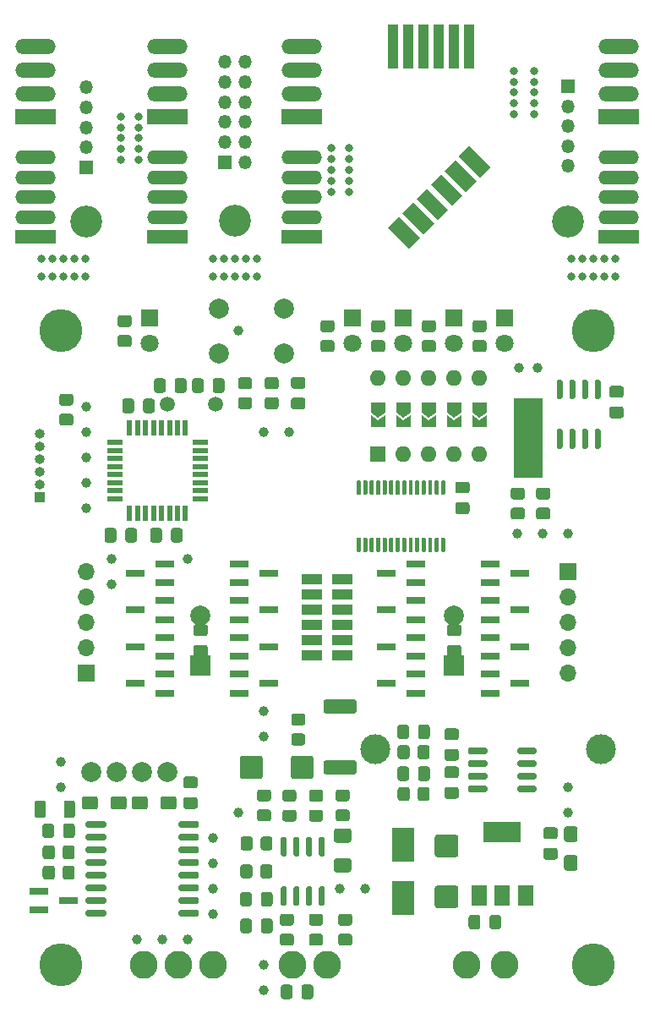
<source format=gbs>
G04 #@! TF.GenerationSoftware,KiCad,Pcbnew,5.1.12-84ad8e8a86~92~ubuntu16.04.1*
G04 #@! TF.CreationDate,2022-06-26T12:08:55+02:00*
G04 #@! TF.ProjectId,LedBar,4c656442-6172-42e6-9b69-6361645f7063,rev?*
G04 #@! TF.SameCoordinates,Original*
G04 #@! TF.FileFunction,Soldermask,Bot*
G04 #@! TF.FilePolarity,Negative*
%FSLAX46Y46*%
G04 Gerber Fmt 4.6, Leading zero omitted, Abs format (unit mm)*
G04 Created by KiCad (PCBNEW 5.1.12-84ad8e8a86~92~ubuntu16.04.1) date 2022-06-26 12:08:55*
%MOMM*%
%LPD*%
G01*
G04 APERTURE LIST*
%ADD10R,1.350000X1.350000*%
%ADD11O,1.350000X1.350000*%
%ADD12R,3.000000X8.000000*%
%ADD13C,1.000000*%
%ADD14R,1.900000X0.800000*%
%ADD15C,1.800000*%
%ADD16R,1.800000X1.800000*%
%ADD17R,1.600000X0.550000*%
%ADD18R,0.550000X1.600000*%
%ADD19O,1.600000X1.600000*%
%ADD20R,1.600000X1.600000*%
%ADD21C,4.300000*%
%ADD22C,2.000000*%
%ADD23R,2.300000X3.500000*%
%ADD24R,2.000000X2.000000*%
%ADD25O,1.700000X1.700000*%
%ADD26R,1.700000X1.700000*%
%ADD27C,1.500000*%
%ADD28R,1.500000X2.000000*%
%ADD29R,3.800000X2.000000*%
%ADD30C,0.100000*%
%ADD31C,3.000000*%
%ADD32C,3.200000*%
%ADD33C,2.800000*%
%ADD34R,2.032000X1.070000*%
%ADD35R,1.000000X1.000000*%
%ADD36O,1.000000X1.000000*%
%ADD37R,1.070000X4.413000*%
%ADD38O,4.050000X1.400000*%
%ADD39R,4.050000X1.400000*%
%ADD40R,4.050000X1.500000*%
%ADD41O,4.050000X1.500000*%
%ADD42C,0.800000*%
G04 APERTURE END LIST*
G36*
G01*
X167156000Y-118087000D02*
X167156000Y-118387000D01*
G75*
G02*
X167006000Y-118537000I-150000J0D01*
G01*
X165356000Y-118537000D01*
G75*
G02*
X165206000Y-118387000I0J150000D01*
G01*
X165206000Y-118087000D01*
G75*
G02*
X165356000Y-117937000I150000J0D01*
G01*
X167006000Y-117937000D01*
G75*
G02*
X167156000Y-118087000I0J-150000D01*
G01*
G37*
G36*
G01*
X167156000Y-119357000D02*
X167156000Y-119657000D01*
G75*
G02*
X167006000Y-119807000I-150000J0D01*
G01*
X165356000Y-119807000D01*
G75*
G02*
X165206000Y-119657000I0J150000D01*
G01*
X165206000Y-119357000D01*
G75*
G02*
X165356000Y-119207000I150000J0D01*
G01*
X167006000Y-119207000D01*
G75*
G02*
X167156000Y-119357000I0J-150000D01*
G01*
G37*
G36*
G01*
X167156000Y-120627000D02*
X167156000Y-120927000D01*
G75*
G02*
X167006000Y-121077000I-150000J0D01*
G01*
X165356000Y-121077000D01*
G75*
G02*
X165206000Y-120927000I0J150000D01*
G01*
X165206000Y-120627000D01*
G75*
G02*
X165356000Y-120477000I150000J0D01*
G01*
X167006000Y-120477000D01*
G75*
G02*
X167156000Y-120627000I0J-150000D01*
G01*
G37*
G36*
G01*
X167156000Y-121897000D02*
X167156000Y-122197000D01*
G75*
G02*
X167006000Y-122347000I-150000J0D01*
G01*
X165356000Y-122347000D01*
G75*
G02*
X165206000Y-122197000I0J150000D01*
G01*
X165206000Y-121897000D01*
G75*
G02*
X165356000Y-121747000I150000J0D01*
G01*
X167006000Y-121747000D01*
G75*
G02*
X167156000Y-121897000I0J-150000D01*
G01*
G37*
G36*
G01*
X172106000Y-121897000D02*
X172106000Y-122197000D01*
G75*
G02*
X171956000Y-122347000I-150000J0D01*
G01*
X170306000Y-122347000D01*
G75*
G02*
X170156000Y-122197000I0J150000D01*
G01*
X170156000Y-121897000D01*
G75*
G02*
X170306000Y-121747000I150000J0D01*
G01*
X171956000Y-121747000D01*
G75*
G02*
X172106000Y-121897000I0J-150000D01*
G01*
G37*
G36*
G01*
X172106000Y-120627000D02*
X172106000Y-120927000D01*
G75*
G02*
X171956000Y-121077000I-150000J0D01*
G01*
X170306000Y-121077000D01*
G75*
G02*
X170156000Y-120927000I0J150000D01*
G01*
X170156000Y-120627000D01*
G75*
G02*
X170306000Y-120477000I150000J0D01*
G01*
X171956000Y-120477000D01*
G75*
G02*
X172106000Y-120627000I0J-150000D01*
G01*
G37*
G36*
G01*
X172106000Y-119357000D02*
X172106000Y-119657000D01*
G75*
G02*
X171956000Y-119807000I-150000J0D01*
G01*
X170306000Y-119807000D01*
G75*
G02*
X170156000Y-119657000I0J150000D01*
G01*
X170156000Y-119357000D01*
G75*
G02*
X170306000Y-119207000I150000J0D01*
G01*
X171956000Y-119207000D01*
G75*
G02*
X172106000Y-119357000I0J-150000D01*
G01*
G37*
G36*
G01*
X172106000Y-118087000D02*
X172106000Y-118387000D01*
G75*
G02*
X171956000Y-118537000I-150000J0D01*
G01*
X170306000Y-118537000D01*
G75*
G02*
X170156000Y-118387000I0J150000D01*
G01*
X170156000Y-118087000D01*
G75*
G02*
X170306000Y-117937000I150000J0D01*
G01*
X171956000Y-117937000D01*
G75*
G02*
X172106000Y-118087000I0J-150000D01*
G01*
G37*
D10*
X140859000Y-59276000D03*
D11*
X142859000Y-59276000D03*
X140859000Y-57276000D03*
X142859000Y-57276000D03*
X140859000Y-55276000D03*
X142859000Y-55276000D03*
X140859000Y-53276000D03*
X142859000Y-53276000D03*
X140859000Y-51276000D03*
X142859000Y-51276000D03*
X140859000Y-49276000D03*
X142859000Y-49276000D03*
D10*
X175260000Y-51689000D03*
D11*
X175260000Y-53689000D03*
X175260000Y-55689000D03*
X175260000Y-57689000D03*
X175260000Y-59689000D03*
D10*
X127000000Y-59816000D03*
D11*
X127000000Y-57816000D03*
X127000000Y-55816000D03*
X127000000Y-53816000D03*
X127000000Y-51816000D03*
D12*
X171262000Y-86883000D03*
D13*
X170312000Y-79883000D03*
X172212000Y-79883000D03*
G36*
G01*
X180561000Y-82862000D02*
X179611000Y-82862000D01*
G75*
G02*
X179361000Y-82612000I0J250000D01*
G01*
X179361000Y-81937000D01*
G75*
G02*
X179611000Y-81687000I250000J0D01*
G01*
X180561000Y-81687000D01*
G75*
G02*
X180811000Y-81937000I0J-250000D01*
G01*
X180811000Y-82612000D01*
G75*
G02*
X180561000Y-82862000I-250000J0D01*
G01*
G37*
G36*
G01*
X180561000Y-84937000D02*
X179611000Y-84937000D01*
G75*
G02*
X179361000Y-84687000I0J250000D01*
G01*
X179361000Y-84012000D01*
G75*
G02*
X179611000Y-83762000I250000J0D01*
G01*
X180561000Y-83762000D01*
G75*
G02*
X180811000Y-84012000I0J-250000D01*
G01*
X180811000Y-84687000D01*
G75*
G02*
X180561000Y-84937000I-250000J0D01*
G01*
G37*
G36*
G01*
X172299999Y-93870000D02*
X173200001Y-93870000D01*
G75*
G02*
X173450000Y-94119999I0J-249999D01*
G01*
X173450000Y-94820001D01*
G75*
G02*
X173200001Y-95070000I-249999J0D01*
G01*
X172299999Y-95070000D01*
G75*
G02*
X172050000Y-94820001I0J249999D01*
G01*
X172050000Y-94119999D01*
G75*
G02*
X172299999Y-93870000I249999J0D01*
G01*
G37*
G36*
G01*
X172299999Y-91870000D02*
X173200001Y-91870000D01*
G75*
G02*
X173450000Y-92119999I0J-249999D01*
G01*
X173450000Y-92820001D01*
G75*
G02*
X173200001Y-93070000I-249999J0D01*
G01*
X172299999Y-93070000D01*
G75*
G02*
X172050000Y-92820001I0J249999D01*
G01*
X172050000Y-92119999D01*
G75*
G02*
X172299999Y-91870000I249999J0D01*
G01*
G37*
G36*
G01*
X174241000Y-86020000D02*
X174541000Y-86020000D01*
G75*
G02*
X174691000Y-86170000I0J-150000D01*
G01*
X174691000Y-87820000D01*
G75*
G02*
X174541000Y-87970000I-150000J0D01*
G01*
X174241000Y-87970000D01*
G75*
G02*
X174091000Y-87820000I0J150000D01*
G01*
X174091000Y-86170000D01*
G75*
G02*
X174241000Y-86020000I150000J0D01*
G01*
G37*
G36*
G01*
X175511000Y-86020000D02*
X175811000Y-86020000D01*
G75*
G02*
X175961000Y-86170000I0J-150000D01*
G01*
X175961000Y-87820000D01*
G75*
G02*
X175811000Y-87970000I-150000J0D01*
G01*
X175511000Y-87970000D01*
G75*
G02*
X175361000Y-87820000I0J150000D01*
G01*
X175361000Y-86170000D01*
G75*
G02*
X175511000Y-86020000I150000J0D01*
G01*
G37*
G36*
G01*
X176781000Y-86020000D02*
X177081000Y-86020000D01*
G75*
G02*
X177231000Y-86170000I0J-150000D01*
G01*
X177231000Y-87820000D01*
G75*
G02*
X177081000Y-87970000I-150000J0D01*
G01*
X176781000Y-87970000D01*
G75*
G02*
X176631000Y-87820000I0J150000D01*
G01*
X176631000Y-86170000D01*
G75*
G02*
X176781000Y-86020000I150000J0D01*
G01*
G37*
G36*
G01*
X178051000Y-86020000D02*
X178351000Y-86020000D01*
G75*
G02*
X178501000Y-86170000I0J-150000D01*
G01*
X178501000Y-87820000D01*
G75*
G02*
X178351000Y-87970000I-150000J0D01*
G01*
X178051000Y-87970000D01*
G75*
G02*
X177901000Y-87820000I0J150000D01*
G01*
X177901000Y-86170000D01*
G75*
G02*
X178051000Y-86020000I150000J0D01*
G01*
G37*
G36*
G01*
X178051000Y-81070000D02*
X178351000Y-81070000D01*
G75*
G02*
X178501000Y-81220000I0J-150000D01*
G01*
X178501000Y-82870000D01*
G75*
G02*
X178351000Y-83020000I-150000J0D01*
G01*
X178051000Y-83020000D01*
G75*
G02*
X177901000Y-82870000I0J150000D01*
G01*
X177901000Y-81220000D01*
G75*
G02*
X178051000Y-81070000I150000J0D01*
G01*
G37*
G36*
G01*
X176781000Y-81070000D02*
X177081000Y-81070000D01*
G75*
G02*
X177231000Y-81220000I0J-150000D01*
G01*
X177231000Y-82870000D01*
G75*
G02*
X177081000Y-83020000I-150000J0D01*
G01*
X176781000Y-83020000D01*
G75*
G02*
X176631000Y-82870000I0J150000D01*
G01*
X176631000Y-81220000D01*
G75*
G02*
X176781000Y-81070000I150000J0D01*
G01*
G37*
G36*
G01*
X175511000Y-81070000D02*
X175811000Y-81070000D01*
G75*
G02*
X175961000Y-81220000I0J-150000D01*
G01*
X175961000Y-82870000D01*
G75*
G02*
X175811000Y-83020000I-150000J0D01*
G01*
X175511000Y-83020000D01*
G75*
G02*
X175361000Y-82870000I0J150000D01*
G01*
X175361000Y-81220000D01*
G75*
G02*
X175511000Y-81070000I150000J0D01*
G01*
G37*
G36*
G01*
X174241000Y-81070000D02*
X174541000Y-81070000D01*
G75*
G02*
X174691000Y-81220000I0J-150000D01*
G01*
X174691000Y-82870000D01*
G75*
G02*
X174541000Y-83020000I-150000J0D01*
G01*
X174241000Y-83020000D01*
G75*
G02*
X174091000Y-82870000I0J150000D01*
G01*
X174091000Y-81220000D01*
G75*
G02*
X174241000Y-81070000I150000J0D01*
G01*
G37*
G36*
G01*
X128128000Y-123018999D02*
X128128000Y-123869001D01*
G75*
G02*
X127878001Y-124119000I-249999J0D01*
G01*
X126802999Y-124119000D01*
G75*
G02*
X126553000Y-123869001I0J249999D01*
G01*
X126553000Y-123018999D01*
G75*
G02*
X126802999Y-122769000I249999J0D01*
G01*
X127878001Y-122769000D01*
G75*
G02*
X128128000Y-123018999I0J-249999D01*
G01*
G37*
G36*
G01*
X131003000Y-123018999D02*
X131003000Y-123869001D01*
G75*
G02*
X130753001Y-124119000I-249999J0D01*
G01*
X129677999Y-124119000D01*
G75*
G02*
X129428000Y-123869001I0J249999D01*
G01*
X129428000Y-123018999D01*
G75*
G02*
X129677999Y-122769000I249999J0D01*
G01*
X130753001Y-122769000D01*
G75*
G02*
X131003000Y-123018999I0J-249999D01*
G01*
G37*
G36*
G01*
X134421500Y-123869001D02*
X134421500Y-123018999D01*
G75*
G02*
X134671499Y-122769000I249999J0D01*
G01*
X135746501Y-122769000D01*
G75*
G02*
X135996500Y-123018999I0J-249999D01*
G01*
X135996500Y-123869001D01*
G75*
G02*
X135746501Y-124119000I-249999J0D01*
G01*
X134671499Y-124119000D01*
G75*
G02*
X134421500Y-123869001I0J249999D01*
G01*
G37*
G36*
G01*
X131546500Y-123869001D02*
X131546500Y-123018999D01*
G75*
G02*
X131796499Y-122769000I249999J0D01*
G01*
X132871501Y-122769000D01*
G75*
G02*
X133121500Y-123018999I0J-249999D01*
G01*
X133121500Y-123869001D01*
G75*
G02*
X132871501Y-124119000I-249999J0D01*
G01*
X131796499Y-124119000D01*
G75*
G02*
X131546500Y-123869001I0J249999D01*
G01*
G37*
G36*
G01*
X131757000Y-83218275D02*
X131757000Y-84167725D01*
G75*
G02*
X131506725Y-84418000I-250275J0D01*
G01*
X130832275Y-84418000D01*
G75*
G02*
X130582000Y-84167725I0J250275D01*
G01*
X130582000Y-83218275D01*
G75*
G02*
X130832275Y-82968000I250275J0D01*
G01*
X131506725Y-82968000D01*
G75*
G02*
X131757000Y-83218275I0J-250275D01*
G01*
G37*
G36*
G01*
X133832000Y-83218000D02*
X133832000Y-84168000D01*
G75*
G02*
X133582000Y-84418000I-250000J0D01*
G01*
X132907000Y-84418000D01*
G75*
G02*
X132657000Y-84168000I0J250000D01*
G01*
X132657000Y-83218000D01*
G75*
G02*
X132907000Y-82968000I250000J0D01*
G01*
X133582000Y-82968000D01*
G75*
G02*
X133832000Y-83218000I0J-250000D01*
G01*
G37*
G36*
G01*
X135451000Y-97122000D02*
X135451000Y-96172000D01*
G75*
G02*
X135701000Y-95922000I250000J0D01*
G01*
X136376000Y-95922000D01*
G75*
G02*
X136626000Y-96172000I0J-250000D01*
G01*
X136626000Y-97122000D01*
G75*
G02*
X136376000Y-97372000I-250000J0D01*
G01*
X135701000Y-97372000D01*
G75*
G02*
X135451000Y-97122000I0J250000D01*
G01*
G37*
G36*
G01*
X133376000Y-97122000D02*
X133376000Y-96172000D01*
G75*
G02*
X133626000Y-95922000I250000J0D01*
G01*
X134301000Y-95922000D01*
G75*
G02*
X134551000Y-96172000I0J-250000D01*
G01*
X134551000Y-97122000D01*
G75*
G02*
X134301000Y-97372000I-250000J0D01*
G01*
X133626000Y-97372000D01*
G75*
G02*
X133376000Y-97122000I0J250000D01*
G01*
G37*
G36*
G01*
X144625000Y-118962999D02*
X144625000Y-120813001D01*
G75*
G02*
X144375001Y-121063000I-249999J0D01*
G01*
X142624999Y-121063000D01*
G75*
G02*
X142375000Y-120813001I0J249999D01*
G01*
X142375000Y-118962999D01*
G75*
G02*
X142624999Y-118713000I249999J0D01*
G01*
X144375001Y-118713000D01*
G75*
G02*
X144625000Y-118962999I0J-249999D01*
G01*
G37*
G36*
G01*
X149725000Y-118962999D02*
X149725000Y-120813001D01*
G75*
G02*
X149475001Y-121063000I-249999J0D01*
G01*
X147724999Y-121063000D01*
G75*
G02*
X147475000Y-120813001I0J249999D01*
G01*
X147475000Y-118962999D01*
G75*
G02*
X147724999Y-118713000I249999J0D01*
G01*
X149475001Y-118713000D01*
G75*
G02*
X149725000Y-118962999I0J-249999D01*
G01*
G37*
D14*
X125198000Y-133223000D03*
X122198000Y-132273000D03*
X122198000Y-134173000D03*
D15*
X168910000Y-77470000D03*
D16*
X168910000Y-74930000D03*
G36*
G01*
X152029000Y-128981500D02*
X153279000Y-128981500D01*
G75*
G02*
X153529000Y-129231500I0J-250000D01*
G01*
X153529000Y-130156500D01*
G75*
G02*
X153279000Y-130406500I-250000J0D01*
G01*
X152029000Y-130406500D01*
G75*
G02*
X151779000Y-130156500I0J250000D01*
G01*
X151779000Y-129231500D01*
G75*
G02*
X152029000Y-128981500I250000J0D01*
G01*
G37*
G36*
G01*
X152029000Y-126006500D02*
X153279000Y-126006500D01*
G75*
G02*
X153529000Y-126256500I0J-250000D01*
G01*
X153529000Y-127181500D01*
G75*
G02*
X153279000Y-127431500I-250000J0D01*
G01*
X152029000Y-127431500D01*
G75*
G02*
X151779000Y-127181500I0J250000D01*
G01*
X151779000Y-126256500D01*
G75*
G02*
X152029000Y-126006500I250000J0D01*
G01*
G37*
G36*
G01*
X124606000Y-130879001D02*
X124606000Y-129978999D01*
G75*
G02*
X124855999Y-129729000I249999J0D01*
G01*
X125556001Y-129729000D01*
G75*
G02*
X125806000Y-129978999I0J-249999D01*
G01*
X125806000Y-130879001D01*
G75*
G02*
X125556001Y-131129000I-249999J0D01*
G01*
X124855999Y-131129000D01*
G75*
G02*
X124606000Y-130879001I0J249999D01*
G01*
G37*
G36*
G01*
X122606000Y-130879001D02*
X122606000Y-129978999D01*
G75*
G02*
X122855999Y-129729000I249999J0D01*
G01*
X123556001Y-129729000D01*
G75*
G02*
X123806000Y-129978999I0J-249999D01*
G01*
X123806000Y-130879001D01*
G75*
G02*
X123556001Y-131129000I-249999J0D01*
G01*
X122855999Y-131129000D01*
G75*
G02*
X122606000Y-130879001I0J249999D01*
G01*
G37*
G36*
G01*
X122925000Y-123453997D02*
X122925000Y-124704003D01*
G75*
G02*
X122675003Y-124954000I-249997J0D01*
G01*
X122049997Y-124954000D01*
G75*
G02*
X121800000Y-124704003I0J249997D01*
G01*
X121800000Y-123453997D01*
G75*
G02*
X122049997Y-123204000I249997J0D01*
G01*
X122675003Y-123204000D01*
G75*
G02*
X122925000Y-123453997I0J-249997D01*
G01*
G37*
G36*
G01*
X125850000Y-123453997D02*
X125850000Y-124704003D01*
G75*
G02*
X125600003Y-124954000I-249997J0D01*
G01*
X124974997Y-124954000D01*
G75*
G02*
X124725000Y-124704003I0J249997D01*
G01*
X124725000Y-123453997D01*
G75*
G02*
X124974997Y-123204000I249997J0D01*
G01*
X125600003Y-123204000D01*
G75*
G02*
X125850000Y-123453997I0J-249997D01*
G01*
G37*
G36*
G01*
X128963000Y-125453000D02*
X128963000Y-125753000D01*
G75*
G02*
X128813000Y-125903000I-150000J0D01*
G01*
X127063000Y-125903000D01*
G75*
G02*
X126913000Y-125753000I0J150000D01*
G01*
X126913000Y-125453000D01*
G75*
G02*
X127063000Y-125303000I150000J0D01*
G01*
X128813000Y-125303000D01*
G75*
G02*
X128963000Y-125453000I0J-150000D01*
G01*
G37*
G36*
G01*
X128963000Y-126723000D02*
X128963000Y-127023000D01*
G75*
G02*
X128813000Y-127173000I-150000J0D01*
G01*
X127063000Y-127173000D01*
G75*
G02*
X126913000Y-127023000I0J150000D01*
G01*
X126913000Y-126723000D01*
G75*
G02*
X127063000Y-126573000I150000J0D01*
G01*
X128813000Y-126573000D01*
G75*
G02*
X128963000Y-126723000I0J-150000D01*
G01*
G37*
G36*
G01*
X128963000Y-127993000D02*
X128963000Y-128293000D01*
G75*
G02*
X128813000Y-128443000I-150000J0D01*
G01*
X127063000Y-128443000D01*
G75*
G02*
X126913000Y-128293000I0J150000D01*
G01*
X126913000Y-127993000D01*
G75*
G02*
X127063000Y-127843000I150000J0D01*
G01*
X128813000Y-127843000D01*
G75*
G02*
X128963000Y-127993000I0J-150000D01*
G01*
G37*
G36*
G01*
X128963000Y-129263000D02*
X128963000Y-129563000D01*
G75*
G02*
X128813000Y-129713000I-150000J0D01*
G01*
X127063000Y-129713000D01*
G75*
G02*
X126913000Y-129563000I0J150000D01*
G01*
X126913000Y-129263000D01*
G75*
G02*
X127063000Y-129113000I150000J0D01*
G01*
X128813000Y-129113000D01*
G75*
G02*
X128963000Y-129263000I0J-150000D01*
G01*
G37*
G36*
G01*
X128963000Y-130533000D02*
X128963000Y-130833000D01*
G75*
G02*
X128813000Y-130983000I-150000J0D01*
G01*
X127063000Y-130983000D01*
G75*
G02*
X126913000Y-130833000I0J150000D01*
G01*
X126913000Y-130533000D01*
G75*
G02*
X127063000Y-130383000I150000J0D01*
G01*
X128813000Y-130383000D01*
G75*
G02*
X128963000Y-130533000I0J-150000D01*
G01*
G37*
G36*
G01*
X128963000Y-131803000D02*
X128963000Y-132103000D01*
G75*
G02*
X128813000Y-132253000I-150000J0D01*
G01*
X127063000Y-132253000D01*
G75*
G02*
X126913000Y-132103000I0J150000D01*
G01*
X126913000Y-131803000D01*
G75*
G02*
X127063000Y-131653000I150000J0D01*
G01*
X128813000Y-131653000D01*
G75*
G02*
X128963000Y-131803000I0J-150000D01*
G01*
G37*
G36*
G01*
X128963000Y-133073000D02*
X128963000Y-133373000D01*
G75*
G02*
X128813000Y-133523000I-150000J0D01*
G01*
X127063000Y-133523000D01*
G75*
G02*
X126913000Y-133373000I0J150000D01*
G01*
X126913000Y-133073000D01*
G75*
G02*
X127063000Y-132923000I150000J0D01*
G01*
X128813000Y-132923000D01*
G75*
G02*
X128963000Y-133073000I0J-150000D01*
G01*
G37*
G36*
G01*
X128963000Y-134343000D02*
X128963000Y-134643000D01*
G75*
G02*
X128813000Y-134793000I-150000J0D01*
G01*
X127063000Y-134793000D01*
G75*
G02*
X126913000Y-134643000I0J150000D01*
G01*
X126913000Y-134343000D01*
G75*
G02*
X127063000Y-134193000I150000J0D01*
G01*
X128813000Y-134193000D01*
G75*
G02*
X128963000Y-134343000I0J-150000D01*
G01*
G37*
G36*
G01*
X138263000Y-134343000D02*
X138263000Y-134643000D01*
G75*
G02*
X138113000Y-134793000I-150000J0D01*
G01*
X136363000Y-134793000D01*
G75*
G02*
X136213000Y-134643000I0J150000D01*
G01*
X136213000Y-134343000D01*
G75*
G02*
X136363000Y-134193000I150000J0D01*
G01*
X138113000Y-134193000D01*
G75*
G02*
X138263000Y-134343000I0J-150000D01*
G01*
G37*
G36*
G01*
X138263000Y-133073000D02*
X138263000Y-133373000D01*
G75*
G02*
X138113000Y-133523000I-150000J0D01*
G01*
X136363000Y-133523000D01*
G75*
G02*
X136213000Y-133373000I0J150000D01*
G01*
X136213000Y-133073000D01*
G75*
G02*
X136363000Y-132923000I150000J0D01*
G01*
X138113000Y-132923000D01*
G75*
G02*
X138263000Y-133073000I0J-150000D01*
G01*
G37*
G36*
G01*
X138263000Y-131803000D02*
X138263000Y-132103000D01*
G75*
G02*
X138113000Y-132253000I-150000J0D01*
G01*
X136363000Y-132253000D01*
G75*
G02*
X136213000Y-132103000I0J150000D01*
G01*
X136213000Y-131803000D01*
G75*
G02*
X136363000Y-131653000I150000J0D01*
G01*
X138113000Y-131653000D01*
G75*
G02*
X138263000Y-131803000I0J-150000D01*
G01*
G37*
G36*
G01*
X138263000Y-130533000D02*
X138263000Y-130833000D01*
G75*
G02*
X138113000Y-130983000I-150000J0D01*
G01*
X136363000Y-130983000D01*
G75*
G02*
X136213000Y-130833000I0J150000D01*
G01*
X136213000Y-130533000D01*
G75*
G02*
X136363000Y-130383000I150000J0D01*
G01*
X138113000Y-130383000D01*
G75*
G02*
X138263000Y-130533000I0J-150000D01*
G01*
G37*
G36*
G01*
X138263000Y-129263000D02*
X138263000Y-129563000D01*
G75*
G02*
X138113000Y-129713000I-150000J0D01*
G01*
X136363000Y-129713000D01*
G75*
G02*
X136213000Y-129563000I0J150000D01*
G01*
X136213000Y-129263000D01*
G75*
G02*
X136363000Y-129113000I150000J0D01*
G01*
X138113000Y-129113000D01*
G75*
G02*
X138263000Y-129263000I0J-150000D01*
G01*
G37*
G36*
G01*
X138263000Y-127993000D02*
X138263000Y-128293000D01*
G75*
G02*
X138113000Y-128443000I-150000J0D01*
G01*
X136363000Y-128443000D01*
G75*
G02*
X136213000Y-128293000I0J150000D01*
G01*
X136213000Y-127993000D01*
G75*
G02*
X136363000Y-127843000I150000J0D01*
G01*
X138113000Y-127843000D01*
G75*
G02*
X138263000Y-127993000I0J-150000D01*
G01*
G37*
G36*
G01*
X138263000Y-126723000D02*
X138263000Y-127023000D01*
G75*
G02*
X138113000Y-127173000I-150000J0D01*
G01*
X136363000Y-127173000D01*
G75*
G02*
X136213000Y-127023000I0J150000D01*
G01*
X136213000Y-126723000D01*
G75*
G02*
X136363000Y-126573000I150000J0D01*
G01*
X138113000Y-126573000D01*
G75*
G02*
X138263000Y-126723000I0J-150000D01*
G01*
G37*
G36*
G01*
X138263000Y-125453000D02*
X138263000Y-125753000D01*
G75*
G02*
X138113000Y-125903000I-150000J0D01*
G01*
X136363000Y-125903000D01*
G75*
G02*
X136213000Y-125753000I0J150000D01*
G01*
X136213000Y-125453000D01*
G75*
G02*
X136363000Y-125303000I150000J0D01*
G01*
X138113000Y-125303000D01*
G75*
G02*
X138263000Y-125453000I0J-150000D01*
G01*
G37*
D17*
X129862000Y-87370000D03*
X129862000Y-88170000D03*
X129862000Y-88970000D03*
X129862000Y-89770000D03*
X129862000Y-90570000D03*
X129862000Y-91370000D03*
X129862000Y-92170000D03*
X129862000Y-92970000D03*
D18*
X131312000Y-94420000D03*
X132112000Y-94420000D03*
X132912000Y-94420000D03*
X133712000Y-94420000D03*
X134512000Y-94420000D03*
X135312000Y-94420000D03*
X136112000Y-94420000D03*
X136912000Y-94420000D03*
D17*
X138362000Y-92970000D03*
X138362000Y-92170000D03*
X138362000Y-91370000D03*
X138362000Y-90570000D03*
X138362000Y-89770000D03*
X138362000Y-88970000D03*
X138362000Y-88170000D03*
X138362000Y-87370000D03*
D18*
X136912000Y-85920000D03*
X136112000Y-85920000D03*
X135312000Y-85920000D03*
X134512000Y-85920000D03*
X133712000Y-85920000D03*
X132912000Y-85920000D03*
X132112000Y-85920000D03*
X131312000Y-85920000D03*
G36*
G01*
X146598500Y-131802000D02*
X146898500Y-131802000D01*
G75*
G02*
X147048500Y-131952000I0J-150000D01*
G01*
X147048500Y-133602000D01*
G75*
G02*
X146898500Y-133752000I-150000J0D01*
G01*
X146598500Y-133752000D01*
G75*
G02*
X146448500Y-133602000I0J150000D01*
G01*
X146448500Y-131952000D01*
G75*
G02*
X146598500Y-131802000I150000J0D01*
G01*
G37*
G36*
G01*
X147868500Y-131802000D02*
X148168500Y-131802000D01*
G75*
G02*
X148318500Y-131952000I0J-150000D01*
G01*
X148318500Y-133602000D01*
G75*
G02*
X148168500Y-133752000I-150000J0D01*
G01*
X147868500Y-133752000D01*
G75*
G02*
X147718500Y-133602000I0J150000D01*
G01*
X147718500Y-131952000D01*
G75*
G02*
X147868500Y-131802000I150000J0D01*
G01*
G37*
G36*
G01*
X149138500Y-131802000D02*
X149438500Y-131802000D01*
G75*
G02*
X149588500Y-131952000I0J-150000D01*
G01*
X149588500Y-133602000D01*
G75*
G02*
X149438500Y-133752000I-150000J0D01*
G01*
X149138500Y-133752000D01*
G75*
G02*
X148988500Y-133602000I0J150000D01*
G01*
X148988500Y-131952000D01*
G75*
G02*
X149138500Y-131802000I150000J0D01*
G01*
G37*
G36*
G01*
X150408500Y-131802000D02*
X150708500Y-131802000D01*
G75*
G02*
X150858500Y-131952000I0J-150000D01*
G01*
X150858500Y-133602000D01*
G75*
G02*
X150708500Y-133752000I-150000J0D01*
G01*
X150408500Y-133752000D01*
G75*
G02*
X150258500Y-133602000I0J150000D01*
G01*
X150258500Y-131952000D01*
G75*
G02*
X150408500Y-131802000I150000J0D01*
G01*
G37*
G36*
G01*
X150408500Y-126852000D02*
X150708500Y-126852000D01*
G75*
G02*
X150858500Y-127002000I0J-150000D01*
G01*
X150858500Y-128652000D01*
G75*
G02*
X150708500Y-128802000I-150000J0D01*
G01*
X150408500Y-128802000D01*
G75*
G02*
X150258500Y-128652000I0J150000D01*
G01*
X150258500Y-127002000D01*
G75*
G02*
X150408500Y-126852000I150000J0D01*
G01*
G37*
G36*
G01*
X149138500Y-126852000D02*
X149438500Y-126852000D01*
G75*
G02*
X149588500Y-127002000I0J-150000D01*
G01*
X149588500Y-128652000D01*
G75*
G02*
X149438500Y-128802000I-150000J0D01*
G01*
X149138500Y-128802000D01*
G75*
G02*
X148988500Y-128652000I0J150000D01*
G01*
X148988500Y-127002000D01*
G75*
G02*
X149138500Y-126852000I150000J0D01*
G01*
G37*
G36*
G01*
X147868500Y-126852000D02*
X148168500Y-126852000D01*
G75*
G02*
X148318500Y-127002000I0J-150000D01*
G01*
X148318500Y-128652000D01*
G75*
G02*
X148168500Y-128802000I-150000J0D01*
G01*
X147868500Y-128802000D01*
G75*
G02*
X147718500Y-128652000I0J150000D01*
G01*
X147718500Y-127002000D01*
G75*
G02*
X147868500Y-126852000I150000J0D01*
G01*
G37*
G36*
G01*
X146598500Y-126852000D02*
X146898500Y-126852000D01*
G75*
G02*
X147048500Y-127002000I0J-150000D01*
G01*
X147048500Y-128652000D01*
G75*
G02*
X146898500Y-128802000I-150000J0D01*
G01*
X146598500Y-128802000D01*
G75*
G02*
X146448500Y-128652000I0J150000D01*
G01*
X146448500Y-127002000D01*
G75*
G02*
X146598500Y-126852000I150000J0D01*
G01*
G37*
D19*
X156210000Y-80899000D03*
X166370000Y-88519000D03*
X158750000Y-80899000D03*
X163830000Y-88519000D03*
X161290000Y-80899000D03*
X161290000Y-88519000D03*
X163830000Y-80899000D03*
X158750000Y-88519000D03*
X166370000Y-80899000D03*
D20*
X156210000Y-88519000D03*
G36*
G01*
X154171000Y-96867000D02*
X154371000Y-96867000D01*
G75*
G02*
X154471000Y-96967000I0J-100000D01*
G01*
X154471000Y-98242000D01*
G75*
G02*
X154371000Y-98342000I-100000J0D01*
G01*
X154171000Y-98342000D01*
G75*
G02*
X154071000Y-98242000I0J100000D01*
G01*
X154071000Y-96967000D01*
G75*
G02*
X154171000Y-96867000I100000J0D01*
G01*
G37*
G36*
G01*
X154821000Y-96867000D02*
X155021000Y-96867000D01*
G75*
G02*
X155121000Y-96967000I0J-100000D01*
G01*
X155121000Y-98242000D01*
G75*
G02*
X155021000Y-98342000I-100000J0D01*
G01*
X154821000Y-98342000D01*
G75*
G02*
X154721000Y-98242000I0J100000D01*
G01*
X154721000Y-96967000D01*
G75*
G02*
X154821000Y-96867000I100000J0D01*
G01*
G37*
G36*
G01*
X155471000Y-96867000D02*
X155671000Y-96867000D01*
G75*
G02*
X155771000Y-96967000I0J-100000D01*
G01*
X155771000Y-98242000D01*
G75*
G02*
X155671000Y-98342000I-100000J0D01*
G01*
X155471000Y-98342000D01*
G75*
G02*
X155371000Y-98242000I0J100000D01*
G01*
X155371000Y-96967000D01*
G75*
G02*
X155471000Y-96867000I100000J0D01*
G01*
G37*
G36*
G01*
X156121000Y-96867000D02*
X156321000Y-96867000D01*
G75*
G02*
X156421000Y-96967000I0J-100000D01*
G01*
X156421000Y-98242000D01*
G75*
G02*
X156321000Y-98342000I-100000J0D01*
G01*
X156121000Y-98342000D01*
G75*
G02*
X156021000Y-98242000I0J100000D01*
G01*
X156021000Y-96967000D01*
G75*
G02*
X156121000Y-96867000I100000J0D01*
G01*
G37*
G36*
G01*
X156771000Y-96867000D02*
X156971000Y-96867000D01*
G75*
G02*
X157071000Y-96967000I0J-100000D01*
G01*
X157071000Y-98242000D01*
G75*
G02*
X156971000Y-98342000I-100000J0D01*
G01*
X156771000Y-98342000D01*
G75*
G02*
X156671000Y-98242000I0J100000D01*
G01*
X156671000Y-96967000D01*
G75*
G02*
X156771000Y-96867000I100000J0D01*
G01*
G37*
G36*
G01*
X157421000Y-96867000D02*
X157621000Y-96867000D01*
G75*
G02*
X157721000Y-96967000I0J-100000D01*
G01*
X157721000Y-98242000D01*
G75*
G02*
X157621000Y-98342000I-100000J0D01*
G01*
X157421000Y-98342000D01*
G75*
G02*
X157321000Y-98242000I0J100000D01*
G01*
X157321000Y-96967000D01*
G75*
G02*
X157421000Y-96867000I100000J0D01*
G01*
G37*
G36*
G01*
X158071000Y-96867000D02*
X158271000Y-96867000D01*
G75*
G02*
X158371000Y-96967000I0J-100000D01*
G01*
X158371000Y-98242000D01*
G75*
G02*
X158271000Y-98342000I-100000J0D01*
G01*
X158071000Y-98342000D01*
G75*
G02*
X157971000Y-98242000I0J100000D01*
G01*
X157971000Y-96967000D01*
G75*
G02*
X158071000Y-96867000I100000J0D01*
G01*
G37*
G36*
G01*
X158721000Y-96867000D02*
X158921000Y-96867000D01*
G75*
G02*
X159021000Y-96967000I0J-100000D01*
G01*
X159021000Y-98242000D01*
G75*
G02*
X158921000Y-98342000I-100000J0D01*
G01*
X158721000Y-98342000D01*
G75*
G02*
X158621000Y-98242000I0J100000D01*
G01*
X158621000Y-96967000D01*
G75*
G02*
X158721000Y-96867000I100000J0D01*
G01*
G37*
G36*
G01*
X159371000Y-96867000D02*
X159571000Y-96867000D01*
G75*
G02*
X159671000Y-96967000I0J-100000D01*
G01*
X159671000Y-98242000D01*
G75*
G02*
X159571000Y-98342000I-100000J0D01*
G01*
X159371000Y-98342000D01*
G75*
G02*
X159271000Y-98242000I0J100000D01*
G01*
X159271000Y-96967000D01*
G75*
G02*
X159371000Y-96867000I100000J0D01*
G01*
G37*
G36*
G01*
X160021000Y-96867000D02*
X160221000Y-96867000D01*
G75*
G02*
X160321000Y-96967000I0J-100000D01*
G01*
X160321000Y-98242000D01*
G75*
G02*
X160221000Y-98342000I-100000J0D01*
G01*
X160021000Y-98342000D01*
G75*
G02*
X159921000Y-98242000I0J100000D01*
G01*
X159921000Y-96967000D01*
G75*
G02*
X160021000Y-96867000I100000J0D01*
G01*
G37*
G36*
G01*
X160671000Y-96867000D02*
X160871000Y-96867000D01*
G75*
G02*
X160971000Y-96967000I0J-100000D01*
G01*
X160971000Y-98242000D01*
G75*
G02*
X160871000Y-98342000I-100000J0D01*
G01*
X160671000Y-98342000D01*
G75*
G02*
X160571000Y-98242000I0J100000D01*
G01*
X160571000Y-96967000D01*
G75*
G02*
X160671000Y-96867000I100000J0D01*
G01*
G37*
G36*
G01*
X161321000Y-96867000D02*
X161521000Y-96867000D01*
G75*
G02*
X161621000Y-96967000I0J-100000D01*
G01*
X161621000Y-98242000D01*
G75*
G02*
X161521000Y-98342000I-100000J0D01*
G01*
X161321000Y-98342000D01*
G75*
G02*
X161221000Y-98242000I0J100000D01*
G01*
X161221000Y-96967000D01*
G75*
G02*
X161321000Y-96867000I100000J0D01*
G01*
G37*
G36*
G01*
X161971000Y-96867000D02*
X162171000Y-96867000D01*
G75*
G02*
X162271000Y-96967000I0J-100000D01*
G01*
X162271000Y-98242000D01*
G75*
G02*
X162171000Y-98342000I-100000J0D01*
G01*
X161971000Y-98342000D01*
G75*
G02*
X161871000Y-98242000I0J100000D01*
G01*
X161871000Y-96967000D01*
G75*
G02*
X161971000Y-96867000I100000J0D01*
G01*
G37*
G36*
G01*
X162621000Y-96867000D02*
X162821000Y-96867000D01*
G75*
G02*
X162921000Y-96967000I0J-100000D01*
G01*
X162921000Y-98242000D01*
G75*
G02*
X162821000Y-98342000I-100000J0D01*
G01*
X162621000Y-98342000D01*
G75*
G02*
X162521000Y-98242000I0J100000D01*
G01*
X162521000Y-96967000D01*
G75*
G02*
X162621000Y-96867000I100000J0D01*
G01*
G37*
G36*
G01*
X162621000Y-91142000D02*
X162821000Y-91142000D01*
G75*
G02*
X162921000Y-91242000I0J-100000D01*
G01*
X162921000Y-92517000D01*
G75*
G02*
X162821000Y-92617000I-100000J0D01*
G01*
X162621000Y-92617000D01*
G75*
G02*
X162521000Y-92517000I0J100000D01*
G01*
X162521000Y-91242000D01*
G75*
G02*
X162621000Y-91142000I100000J0D01*
G01*
G37*
G36*
G01*
X161971000Y-91142000D02*
X162171000Y-91142000D01*
G75*
G02*
X162271000Y-91242000I0J-100000D01*
G01*
X162271000Y-92517000D01*
G75*
G02*
X162171000Y-92617000I-100000J0D01*
G01*
X161971000Y-92617000D01*
G75*
G02*
X161871000Y-92517000I0J100000D01*
G01*
X161871000Y-91242000D01*
G75*
G02*
X161971000Y-91142000I100000J0D01*
G01*
G37*
G36*
G01*
X161321000Y-91142000D02*
X161521000Y-91142000D01*
G75*
G02*
X161621000Y-91242000I0J-100000D01*
G01*
X161621000Y-92517000D01*
G75*
G02*
X161521000Y-92617000I-100000J0D01*
G01*
X161321000Y-92617000D01*
G75*
G02*
X161221000Y-92517000I0J100000D01*
G01*
X161221000Y-91242000D01*
G75*
G02*
X161321000Y-91142000I100000J0D01*
G01*
G37*
G36*
G01*
X160671000Y-91142000D02*
X160871000Y-91142000D01*
G75*
G02*
X160971000Y-91242000I0J-100000D01*
G01*
X160971000Y-92517000D01*
G75*
G02*
X160871000Y-92617000I-100000J0D01*
G01*
X160671000Y-92617000D01*
G75*
G02*
X160571000Y-92517000I0J100000D01*
G01*
X160571000Y-91242000D01*
G75*
G02*
X160671000Y-91142000I100000J0D01*
G01*
G37*
G36*
G01*
X160021000Y-91142000D02*
X160221000Y-91142000D01*
G75*
G02*
X160321000Y-91242000I0J-100000D01*
G01*
X160321000Y-92517000D01*
G75*
G02*
X160221000Y-92617000I-100000J0D01*
G01*
X160021000Y-92617000D01*
G75*
G02*
X159921000Y-92517000I0J100000D01*
G01*
X159921000Y-91242000D01*
G75*
G02*
X160021000Y-91142000I100000J0D01*
G01*
G37*
G36*
G01*
X159371000Y-91142000D02*
X159571000Y-91142000D01*
G75*
G02*
X159671000Y-91242000I0J-100000D01*
G01*
X159671000Y-92517000D01*
G75*
G02*
X159571000Y-92617000I-100000J0D01*
G01*
X159371000Y-92617000D01*
G75*
G02*
X159271000Y-92517000I0J100000D01*
G01*
X159271000Y-91242000D01*
G75*
G02*
X159371000Y-91142000I100000J0D01*
G01*
G37*
G36*
G01*
X158721000Y-91142000D02*
X158921000Y-91142000D01*
G75*
G02*
X159021000Y-91242000I0J-100000D01*
G01*
X159021000Y-92517000D01*
G75*
G02*
X158921000Y-92617000I-100000J0D01*
G01*
X158721000Y-92617000D01*
G75*
G02*
X158621000Y-92517000I0J100000D01*
G01*
X158621000Y-91242000D01*
G75*
G02*
X158721000Y-91142000I100000J0D01*
G01*
G37*
G36*
G01*
X158071000Y-91142000D02*
X158271000Y-91142000D01*
G75*
G02*
X158371000Y-91242000I0J-100000D01*
G01*
X158371000Y-92517000D01*
G75*
G02*
X158271000Y-92617000I-100000J0D01*
G01*
X158071000Y-92617000D01*
G75*
G02*
X157971000Y-92517000I0J100000D01*
G01*
X157971000Y-91242000D01*
G75*
G02*
X158071000Y-91142000I100000J0D01*
G01*
G37*
G36*
G01*
X157421000Y-91142000D02*
X157621000Y-91142000D01*
G75*
G02*
X157721000Y-91242000I0J-100000D01*
G01*
X157721000Y-92517000D01*
G75*
G02*
X157621000Y-92617000I-100000J0D01*
G01*
X157421000Y-92617000D01*
G75*
G02*
X157321000Y-92517000I0J100000D01*
G01*
X157321000Y-91242000D01*
G75*
G02*
X157421000Y-91142000I100000J0D01*
G01*
G37*
G36*
G01*
X156771000Y-91142000D02*
X156971000Y-91142000D01*
G75*
G02*
X157071000Y-91242000I0J-100000D01*
G01*
X157071000Y-92517000D01*
G75*
G02*
X156971000Y-92617000I-100000J0D01*
G01*
X156771000Y-92617000D01*
G75*
G02*
X156671000Y-92517000I0J100000D01*
G01*
X156671000Y-91242000D01*
G75*
G02*
X156771000Y-91142000I100000J0D01*
G01*
G37*
G36*
G01*
X156121000Y-91142000D02*
X156321000Y-91142000D01*
G75*
G02*
X156421000Y-91242000I0J-100000D01*
G01*
X156421000Y-92517000D01*
G75*
G02*
X156321000Y-92617000I-100000J0D01*
G01*
X156121000Y-92617000D01*
G75*
G02*
X156021000Y-92517000I0J100000D01*
G01*
X156021000Y-91242000D01*
G75*
G02*
X156121000Y-91142000I100000J0D01*
G01*
G37*
G36*
G01*
X155471000Y-91142000D02*
X155671000Y-91142000D01*
G75*
G02*
X155771000Y-91242000I0J-100000D01*
G01*
X155771000Y-92517000D01*
G75*
G02*
X155671000Y-92617000I-100000J0D01*
G01*
X155471000Y-92617000D01*
G75*
G02*
X155371000Y-92517000I0J100000D01*
G01*
X155371000Y-91242000D01*
G75*
G02*
X155471000Y-91142000I100000J0D01*
G01*
G37*
G36*
G01*
X154821000Y-91142000D02*
X155021000Y-91142000D01*
G75*
G02*
X155121000Y-91242000I0J-100000D01*
G01*
X155121000Y-92517000D01*
G75*
G02*
X155021000Y-92617000I-100000J0D01*
G01*
X154821000Y-92617000D01*
G75*
G02*
X154721000Y-92517000I0J100000D01*
G01*
X154721000Y-91242000D01*
G75*
G02*
X154821000Y-91142000I100000J0D01*
G01*
G37*
G36*
G01*
X154171000Y-91142000D02*
X154371000Y-91142000D01*
G75*
G02*
X154471000Y-91242000I0J-100000D01*
G01*
X154471000Y-92517000D01*
G75*
G02*
X154371000Y-92617000I-100000J0D01*
G01*
X154171000Y-92617000D01*
G75*
G02*
X154071000Y-92517000I0J100000D01*
G01*
X154071000Y-91242000D01*
G75*
G02*
X154171000Y-91142000I100000J0D01*
G01*
G37*
G36*
G01*
X144468000Y-133571000D02*
X144468000Y-132621000D01*
G75*
G02*
X144718000Y-132371000I250000J0D01*
G01*
X145393000Y-132371000D01*
G75*
G02*
X145643000Y-132621000I0J-250000D01*
G01*
X145643000Y-133571000D01*
G75*
G02*
X145393000Y-133821000I-250000J0D01*
G01*
X144718000Y-133821000D01*
G75*
G02*
X144468000Y-133571000I0J250000D01*
G01*
G37*
G36*
G01*
X142393000Y-133571000D02*
X142393000Y-132621000D01*
G75*
G02*
X142643000Y-132371000I250000J0D01*
G01*
X143318000Y-132371000D01*
G75*
G02*
X143568000Y-132621000I0J-250000D01*
G01*
X143568000Y-133571000D01*
G75*
G02*
X143318000Y-133821000I-250000J0D01*
G01*
X142643000Y-133821000D01*
G75*
G02*
X142393000Y-133571000I0J250000D01*
G01*
G37*
G36*
G01*
X148684000Y-81973000D02*
X147734000Y-81973000D01*
G75*
G02*
X147484000Y-81723000I0J250000D01*
G01*
X147484000Y-81048000D01*
G75*
G02*
X147734000Y-80798000I250000J0D01*
G01*
X148684000Y-80798000D01*
G75*
G02*
X148934000Y-81048000I0J-250000D01*
G01*
X148934000Y-81723000D01*
G75*
G02*
X148684000Y-81973000I-250000J0D01*
G01*
G37*
G36*
G01*
X148684000Y-84048000D02*
X147734000Y-84048000D01*
G75*
G02*
X147484000Y-83798000I0J250000D01*
G01*
X147484000Y-83123000D01*
G75*
G02*
X147734000Y-82873000I250000J0D01*
G01*
X148684000Y-82873000D01*
G75*
G02*
X148934000Y-83123000I0J-250000D01*
G01*
X148934000Y-83798000D01*
G75*
G02*
X148684000Y-84048000I-250000J0D01*
G01*
G37*
G36*
G01*
X150679999Y-77108000D02*
X151580001Y-77108000D01*
G75*
G02*
X151830000Y-77357999I0J-249999D01*
G01*
X151830000Y-78058001D01*
G75*
G02*
X151580001Y-78308000I-249999J0D01*
G01*
X150679999Y-78308000D01*
G75*
G02*
X150430000Y-78058001I0J249999D01*
G01*
X150430000Y-77357999D01*
G75*
G02*
X150679999Y-77108000I249999J0D01*
G01*
G37*
G36*
G01*
X150679999Y-75108000D02*
X151580001Y-75108000D01*
G75*
G02*
X151830000Y-75357999I0J-249999D01*
G01*
X151830000Y-76058001D01*
G75*
G02*
X151580001Y-76308000I-249999J0D01*
G01*
X150679999Y-76308000D01*
G75*
G02*
X150430000Y-76058001I0J249999D01*
G01*
X150430000Y-75357999D01*
G75*
G02*
X150679999Y-75108000I249999J0D01*
G01*
G37*
G36*
G01*
X155759999Y-77108000D02*
X156660001Y-77108000D01*
G75*
G02*
X156910000Y-77357999I0J-249999D01*
G01*
X156910000Y-78058001D01*
G75*
G02*
X156660001Y-78308000I-249999J0D01*
G01*
X155759999Y-78308000D01*
G75*
G02*
X155510000Y-78058001I0J249999D01*
G01*
X155510000Y-77357999D01*
G75*
G02*
X155759999Y-77108000I249999J0D01*
G01*
G37*
G36*
G01*
X155759999Y-75108000D02*
X156660001Y-75108000D01*
G75*
G02*
X156910000Y-75357999I0J-249999D01*
G01*
X156910000Y-76058001D01*
G75*
G02*
X156660001Y-76308000I-249999J0D01*
G01*
X155759999Y-76308000D01*
G75*
G02*
X155510000Y-76058001I0J249999D01*
G01*
X155510000Y-75357999D01*
G75*
G02*
X155759999Y-75108000I249999J0D01*
G01*
G37*
G36*
G01*
X160839999Y-77108000D02*
X161740001Y-77108000D01*
G75*
G02*
X161990000Y-77357999I0J-249999D01*
G01*
X161990000Y-78058001D01*
G75*
G02*
X161740001Y-78308000I-249999J0D01*
G01*
X160839999Y-78308000D01*
G75*
G02*
X160590000Y-78058001I0J249999D01*
G01*
X160590000Y-77357999D01*
G75*
G02*
X160839999Y-77108000I249999J0D01*
G01*
G37*
G36*
G01*
X160839999Y-75108000D02*
X161740001Y-75108000D01*
G75*
G02*
X161990000Y-75357999I0J-249999D01*
G01*
X161990000Y-76058001D01*
G75*
G02*
X161740001Y-76308000I-249999J0D01*
G01*
X160839999Y-76308000D01*
G75*
G02*
X160590000Y-76058001I0J249999D01*
G01*
X160590000Y-75357999D01*
G75*
G02*
X160839999Y-75108000I249999J0D01*
G01*
G37*
G36*
G01*
X165919999Y-77108000D02*
X166820001Y-77108000D01*
G75*
G02*
X167070000Y-77357999I0J-249999D01*
G01*
X167070000Y-78058001D01*
G75*
G02*
X166820001Y-78308000I-249999J0D01*
G01*
X165919999Y-78308000D01*
G75*
G02*
X165670000Y-78058001I0J249999D01*
G01*
X165670000Y-77357999D01*
G75*
G02*
X165919999Y-77108000I249999J0D01*
G01*
G37*
G36*
G01*
X165919999Y-75108000D02*
X166820001Y-75108000D01*
G75*
G02*
X167070000Y-75357999I0J-249999D01*
G01*
X167070000Y-76058001D01*
G75*
G02*
X166820001Y-76308000I-249999J0D01*
G01*
X165919999Y-76308000D01*
G75*
G02*
X165670000Y-76058001I0J249999D01*
G01*
X165670000Y-75357999D01*
G75*
G02*
X165919999Y-75108000I249999J0D01*
G01*
G37*
D21*
X124460000Y-139700000D03*
X177800000Y-139700000D03*
D15*
X133350000Y-77470000D03*
D16*
X133350000Y-74930000D03*
D22*
X140260000Y-78450000D03*
X140260000Y-73950000D03*
X146760000Y-78450000D03*
X146760000Y-73950000D03*
D15*
X153670000Y-77470000D03*
D16*
X153670000Y-74930000D03*
D15*
X158750000Y-77470000D03*
D16*
X158750000Y-74930000D03*
D15*
X163830000Y-77470000D03*
D16*
X163830000Y-74930000D03*
G36*
G01*
X144468000Y-136238000D02*
X144468000Y-135288000D01*
G75*
G02*
X144718000Y-135038000I250000J0D01*
G01*
X145393000Y-135038000D01*
G75*
G02*
X145643000Y-135288000I0J-250000D01*
G01*
X145643000Y-136238000D01*
G75*
G02*
X145393000Y-136488000I-250000J0D01*
G01*
X144718000Y-136488000D01*
G75*
G02*
X144468000Y-136238000I0J250000D01*
G01*
G37*
G36*
G01*
X142393000Y-136238000D02*
X142393000Y-135288000D01*
G75*
G02*
X142643000Y-135038000I250000J0D01*
G01*
X143318000Y-135038000D01*
G75*
G02*
X143568000Y-135288000I0J-250000D01*
G01*
X143568000Y-136238000D01*
G75*
G02*
X143318000Y-136488000I-250000J0D01*
G01*
X142643000Y-136488000D01*
G75*
G02*
X142393000Y-136238000I0J250000D01*
G01*
G37*
G36*
G01*
X131260001Y-75800000D02*
X130359999Y-75800000D01*
G75*
G02*
X130110000Y-75550001I0J249999D01*
G01*
X130110000Y-74849999D01*
G75*
G02*
X130359999Y-74600000I249999J0D01*
G01*
X131260001Y-74600000D01*
G75*
G02*
X131510000Y-74849999I0J-249999D01*
G01*
X131510000Y-75550001D01*
G75*
G02*
X131260001Y-75800000I-249999J0D01*
G01*
G37*
G36*
G01*
X131260001Y-77800000D02*
X130359999Y-77800000D01*
G75*
G02*
X130110000Y-77550001I0J249999D01*
G01*
X130110000Y-76849999D01*
G75*
G02*
X130359999Y-76600000I249999J0D01*
G01*
X131260001Y-76600000D01*
G75*
G02*
X131510000Y-76849999I0J-249999D01*
G01*
X131510000Y-77550001D01*
G75*
G02*
X131260001Y-77800000I-249999J0D01*
G01*
G37*
G36*
G01*
X145091999Y-82823000D02*
X145992001Y-82823000D01*
G75*
G02*
X146242000Y-83072999I0J-249999D01*
G01*
X146242000Y-83773001D01*
G75*
G02*
X145992001Y-84023000I-249999J0D01*
G01*
X145091999Y-84023000D01*
G75*
G02*
X144842000Y-83773001I0J249999D01*
G01*
X144842000Y-83072999D01*
G75*
G02*
X145091999Y-82823000I249999J0D01*
G01*
G37*
G36*
G01*
X145091999Y-80823000D02*
X145992001Y-80823000D01*
G75*
G02*
X146242000Y-81072999I0J-249999D01*
G01*
X146242000Y-81773001D01*
G75*
G02*
X145992001Y-82023000I-249999J0D01*
G01*
X145091999Y-82023000D01*
G75*
G02*
X144842000Y-81773001I0J249999D01*
G01*
X144842000Y-81072999D01*
G75*
G02*
X145091999Y-80823000I249999J0D01*
G01*
G37*
D23*
X158750000Y-133002000D03*
X158750000Y-127602000D03*
G36*
G01*
X163101000Y-121862000D02*
X164051000Y-121862000D01*
G75*
G02*
X164301000Y-122112000I0J-250000D01*
G01*
X164301000Y-122787000D01*
G75*
G02*
X164051000Y-123037000I-250000J0D01*
G01*
X163101000Y-123037000D01*
G75*
G02*
X162851000Y-122787000I0J250000D01*
G01*
X162851000Y-122112000D01*
G75*
G02*
X163101000Y-121862000I250000J0D01*
G01*
G37*
G36*
G01*
X163101000Y-119787000D02*
X164051000Y-119787000D01*
G75*
G02*
X164301000Y-120037000I0J-250000D01*
G01*
X164301000Y-120712000D01*
G75*
G02*
X164051000Y-120962000I-250000J0D01*
G01*
X163101000Y-120962000D01*
G75*
G02*
X162851000Y-120712000I0J250000D01*
G01*
X162851000Y-120037000D01*
G75*
G02*
X163101000Y-119787000I250000J0D01*
G01*
G37*
D22*
X138430000Y-104728000D03*
D24*
X138430000Y-109728000D03*
D22*
X163830000Y-104728000D03*
D24*
X163830000Y-109728000D03*
D21*
X124460000Y-76200000D03*
D25*
X175260000Y-110490000D03*
X175260000Y-107950000D03*
X175260000Y-105410000D03*
X175260000Y-102870000D03*
D26*
X175260000Y-100330000D03*
D25*
X127000000Y-100330000D03*
X127000000Y-102870000D03*
X127000000Y-105410000D03*
X127000000Y-107950000D03*
D26*
X127000000Y-110490000D03*
D27*
X135074000Y-83566000D03*
X139954000Y-83566000D03*
G36*
G01*
X150974999Y-119190000D02*
X153825001Y-119190000D01*
G75*
G02*
X154075000Y-119439999I0J-249999D01*
G01*
X154075000Y-120340001D01*
G75*
G02*
X153825001Y-120590000I-249999J0D01*
G01*
X150974999Y-120590000D01*
G75*
G02*
X150725000Y-120340001I0J249999D01*
G01*
X150725000Y-119439999D01*
G75*
G02*
X150974999Y-119190000I249999J0D01*
G01*
G37*
G36*
G01*
X150974999Y-113090000D02*
X153825001Y-113090000D01*
G75*
G02*
X154075000Y-113339999I0J-249999D01*
G01*
X154075000Y-114240001D01*
G75*
G02*
X153825001Y-114490000I-249999J0D01*
G01*
X150974999Y-114490000D01*
G75*
G02*
X150725000Y-114240001I0J249999D01*
G01*
X150725000Y-113339999D01*
G75*
G02*
X150974999Y-113090000I249999J0D01*
G01*
G37*
G36*
G01*
X139642000Y-82136000D02*
X139642000Y-81186000D01*
G75*
G02*
X139892000Y-80936000I250000J0D01*
G01*
X140567000Y-80936000D01*
G75*
G02*
X140817000Y-81186000I0J-250000D01*
G01*
X140817000Y-82136000D01*
G75*
G02*
X140567000Y-82386000I-250000J0D01*
G01*
X139892000Y-82386000D01*
G75*
G02*
X139642000Y-82136000I0J250000D01*
G01*
G37*
G36*
G01*
X137567000Y-82136000D02*
X137567000Y-81186000D01*
G75*
G02*
X137817000Y-80936000I250000J0D01*
G01*
X138492000Y-80936000D01*
G75*
G02*
X138742000Y-81186000I0J-250000D01*
G01*
X138742000Y-82136000D01*
G75*
G02*
X138492000Y-82386000I-250000J0D01*
G01*
X137817000Y-82386000D01*
G75*
G02*
X137567000Y-82136000I0J250000D01*
G01*
G37*
G36*
G01*
X134932000Y-81186000D02*
X134932000Y-82136000D01*
G75*
G02*
X134682000Y-82386000I-250000J0D01*
G01*
X134007000Y-82386000D01*
G75*
G02*
X133757000Y-82136000I0J250000D01*
G01*
X133757000Y-81186000D01*
G75*
G02*
X134007000Y-80936000I250000J0D01*
G01*
X134682000Y-80936000D01*
G75*
G02*
X134932000Y-81186000I0J-250000D01*
G01*
G37*
G36*
G01*
X137007000Y-81186000D02*
X137007000Y-82136000D01*
G75*
G02*
X136757000Y-82386000I-250000J0D01*
G01*
X136082000Y-82386000D01*
G75*
G02*
X135832000Y-82136000I0J250000D01*
G01*
X135832000Y-81186000D01*
G75*
G02*
X136082000Y-80936000I250000J0D01*
G01*
X136757000Y-80936000D01*
G75*
G02*
X137007000Y-81186000I0J-250000D01*
G01*
G37*
D14*
X156996000Y-107823000D03*
X159996000Y-108773000D03*
X159996000Y-106873000D03*
G36*
G01*
X169749999Y-93872000D02*
X170650001Y-93872000D01*
G75*
G02*
X170900000Y-94121999I0J-249999D01*
G01*
X170900000Y-94822001D01*
G75*
G02*
X170650001Y-95072000I-249999J0D01*
G01*
X169749999Y-95072000D01*
G75*
G02*
X169500000Y-94822001I0J249999D01*
G01*
X169500000Y-94121999D01*
G75*
G02*
X169749999Y-93872000I249999J0D01*
G01*
G37*
G36*
G01*
X169749999Y-91872000D02*
X170650001Y-91872000D01*
G75*
G02*
X170900000Y-92121999I0J-249999D01*
G01*
X170900000Y-92822001D01*
G75*
G02*
X170650001Y-93072000I-249999J0D01*
G01*
X169749999Y-93072000D01*
G75*
G02*
X169500000Y-92822001I0J249999D01*
G01*
X169500000Y-92121999D01*
G75*
G02*
X169749999Y-91872000I249999J0D01*
G01*
G37*
G36*
G01*
X142424999Y-82823000D02*
X143325001Y-82823000D01*
G75*
G02*
X143575000Y-83072999I0J-249999D01*
G01*
X143575000Y-83773001D01*
G75*
G02*
X143325001Y-84023000I-249999J0D01*
G01*
X142424999Y-84023000D01*
G75*
G02*
X142175000Y-83773001I0J249999D01*
G01*
X142175000Y-83072999D01*
G75*
G02*
X142424999Y-82823000I249999J0D01*
G01*
G37*
G36*
G01*
X142424999Y-80823000D02*
X143325001Y-80823000D01*
G75*
G02*
X143575000Y-81072999I0J-249999D01*
G01*
X143575000Y-81773001D01*
G75*
G02*
X143325001Y-82023000I-249999J0D01*
G01*
X142424999Y-82023000D01*
G75*
G02*
X142175000Y-81773001I0J249999D01*
G01*
X142175000Y-81072999D01*
G75*
G02*
X142424999Y-80823000I249999J0D01*
G01*
G37*
G36*
G01*
X130879000Y-97122000D02*
X130879000Y-96172000D01*
G75*
G02*
X131129000Y-95922000I250000J0D01*
G01*
X131804000Y-95922000D01*
G75*
G02*
X132054000Y-96172000I0J-250000D01*
G01*
X132054000Y-97122000D01*
G75*
G02*
X131804000Y-97372000I-250000J0D01*
G01*
X131129000Y-97372000D01*
G75*
G02*
X130879000Y-97122000I0J250000D01*
G01*
G37*
G36*
G01*
X128804000Y-97122000D02*
X128804000Y-96172000D01*
G75*
G02*
X129054000Y-95922000I250000J0D01*
G01*
X129729000Y-95922000D01*
G75*
G02*
X129979000Y-96172000I0J-250000D01*
G01*
X129979000Y-97122000D01*
G75*
G02*
X129729000Y-97372000I-250000J0D01*
G01*
X129054000Y-97372000D01*
G75*
G02*
X128804000Y-97122000I0J250000D01*
G01*
G37*
D28*
X170956000Y-132690000D03*
X166356000Y-132690000D03*
X168656000Y-132690000D03*
D29*
X168656000Y-126390000D03*
G36*
G01*
X124517999Y-84474000D02*
X125418001Y-84474000D01*
G75*
G02*
X125668000Y-84723999I0J-249999D01*
G01*
X125668000Y-85424001D01*
G75*
G02*
X125418001Y-85674000I-249999J0D01*
G01*
X124517999Y-85674000D01*
G75*
G02*
X124268000Y-85424001I0J249999D01*
G01*
X124268000Y-84723999D01*
G75*
G02*
X124517999Y-84474000I249999J0D01*
G01*
G37*
G36*
G01*
X124517999Y-82474000D02*
X125418001Y-82474000D01*
G75*
G02*
X125668000Y-82723999I0J-249999D01*
G01*
X125668000Y-83424001D01*
G75*
G02*
X125418001Y-83674000I-249999J0D01*
G01*
X124517999Y-83674000D01*
G75*
G02*
X124268000Y-83424001I0J249999D01*
G01*
X124268000Y-82723999D01*
G75*
G02*
X124517999Y-82474000I249999J0D01*
G01*
G37*
G36*
G01*
X160166000Y-118814001D02*
X160166000Y-117913999D01*
G75*
G02*
X160415999Y-117664000I249999J0D01*
G01*
X161116001Y-117664000D01*
G75*
G02*
X161366000Y-117913999I0J-249999D01*
G01*
X161366000Y-118814001D01*
G75*
G02*
X161116001Y-119064000I-249999J0D01*
G01*
X160415999Y-119064000D01*
G75*
G02*
X160166000Y-118814001I0J249999D01*
G01*
G37*
G36*
G01*
X158166000Y-118814001D02*
X158166000Y-117913999D01*
G75*
G02*
X158415999Y-117664000I249999J0D01*
G01*
X159116001Y-117664000D01*
G75*
G02*
X159366000Y-117913999I0J-249999D01*
G01*
X159366000Y-118814001D01*
G75*
G02*
X159116001Y-119064000I-249999J0D01*
G01*
X158415999Y-119064000D01*
G75*
G02*
X158166000Y-118814001I0J249999D01*
G01*
G37*
G36*
G01*
X160166000Y-123005001D02*
X160166000Y-122104999D01*
G75*
G02*
X160415999Y-121855000I249999J0D01*
G01*
X161116001Y-121855000D01*
G75*
G02*
X161366000Y-122104999I0J-249999D01*
G01*
X161366000Y-123005001D01*
G75*
G02*
X161116001Y-123255000I-249999J0D01*
G01*
X160415999Y-123255000D01*
G75*
G02*
X160166000Y-123005001I0J249999D01*
G01*
G37*
G36*
G01*
X158166000Y-123005001D02*
X158166000Y-122104999D01*
G75*
G02*
X158415999Y-121855000I249999J0D01*
G01*
X159116001Y-121855000D01*
G75*
G02*
X159366000Y-122104999I0J-249999D01*
G01*
X159366000Y-123005001D01*
G75*
G02*
X159116001Y-123255000I-249999J0D01*
G01*
X158415999Y-123255000D01*
G75*
G02*
X158166000Y-123005001I0J249999D01*
G01*
G37*
G36*
G01*
X164180500Y-93350500D02*
X165130500Y-93350500D01*
G75*
G02*
X165380500Y-93600500I0J-250000D01*
G01*
X165380500Y-94275500D01*
G75*
G02*
X165130500Y-94525500I-250000J0D01*
G01*
X164180500Y-94525500D01*
G75*
G02*
X163930500Y-94275500I0J250000D01*
G01*
X163930500Y-93600500D01*
G75*
G02*
X164180500Y-93350500I250000J0D01*
G01*
G37*
G36*
G01*
X164180500Y-91275500D02*
X165130500Y-91275500D01*
G75*
G02*
X165380500Y-91525500I0J-250000D01*
G01*
X165380500Y-92200500D01*
G75*
G02*
X165130500Y-92450500I-250000J0D01*
G01*
X164180500Y-92450500D01*
G75*
G02*
X163930500Y-92200500I0J250000D01*
G01*
X163930500Y-91525500D01*
G75*
G02*
X164180500Y-91275500I250000J0D01*
G01*
G37*
G36*
G01*
X175088999Y-128666000D02*
X175939001Y-128666000D01*
G75*
G02*
X176189000Y-128915999I0J-249999D01*
G01*
X176189000Y-129991001D01*
G75*
G02*
X175939001Y-130241000I-249999J0D01*
G01*
X175088999Y-130241000D01*
G75*
G02*
X174839000Y-129991001I0J249999D01*
G01*
X174839000Y-128915999D01*
G75*
G02*
X175088999Y-128666000I249999J0D01*
G01*
G37*
G36*
G01*
X175088999Y-125791000D02*
X175939001Y-125791000D01*
G75*
G02*
X176189000Y-126040999I0J-249999D01*
G01*
X176189000Y-127116001D01*
G75*
G02*
X175939001Y-127366000I-249999J0D01*
G01*
X175088999Y-127366000D01*
G75*
G02*
X174839000Y-127116001I0J249999D01*
G01*
X174839000Y-126040999D01*
G75*
G02*
X175088999Y-125791000I249999J0D01*
G01*
G37*
G36*
G01*
X173007000Y-127958000D02*
X173957000Y-127958000D01*
G75*
G02*
X174207000Y-128208000I0J-250000D01*
G01*
X174207000Y-128883000D01*
G75*
G02*
X173957000Y-129133000I-250000J0D01*
G01*
X173007000Y-129133000D01*
G75*
G02*
X172757000Y-128883000I0J250000D01*
G01*
X172757000Y-128208000D01*
G75*
G02*
X173007000Y-127958000I250000J0D01*
G01*
G37*
G36*
G01*
X173007000Y-125883000D02*
X173957000Y-125883000D01*
G75*
G02*
X174207000Y-126133000I0J-250000D01*
G01*
X174207000Y-126808000D01*
G75*
G02*
X173957000Y-127058000I-250000J0D01*
G01*
X173007000Y-127058000D01*
G75*
G02*
X172757000Y-126808000I0J250000D01*
G01*
X172757000Y-126133000D01*
G75*
G02*
X173007000Y-125883000I250000J0D01*
G01*
G37*
G36*
G01*
X160216000Y-116807000D02*
X160216000Y-115857000D01*
G75*
G02*
X160466000Y-115607000I250000J0D01*
G01*
X161141000Y-115607000D01*
G75*
G02*
X161391000Y-115857000I0J-250000D01*
G01*
X161391000Y-116807000D01*
G75*
G02*
X161141000Y-117057000I-250000J0D01*
G01*
X160466000Y-117057000D01*
G75*
G02*
X160216000Y-116807000I0J250000D01*
G01*
G37*
G36*
G01*
X158141000Y-116807000D02*
X158141000Y-115857000D01*
G75*
G02*
X158391000Y-115607000I250000J0D01*
G01*
X159066000Y-115607000D01*
G75*
G02*
X159316000Y-115857000I0J-250000D01*
G01*
X159316000Y-116807000D01*
G75*
G02*
X159066000Y-117057000I-250000J0D01*
G01*
X158391000Y-117057000D01*
G75*
G02*
X158141000Y-116807000I0J250000D01*
G01*
G37*
G36*
G01*
X163101000Y-118052000D02*
X164051000Y-118052000D01*
G75*
G02*
X164301000Y-118302000I0J-250000D01*
G01*
X164301000Y-118977000D01*
G75*
G02*
X164051000Y-119227000I-250000J0D01*
G01*
X163101000Y-119227000D01*
G75*
G02*
X162851000Y-118977000I0J250000D01*
G01*
X162851000Y-118302000D01*
G75*
G02*
X163101000Y-118052000I250000J0D01*
G01*
G37*
G36*
G01*
X163101000Y-115977000D02*
X164051000Y-115977000D01*
G75*
G02*
X164301000Y-116227000I0J-250000D01*
G01*
X164301000Y-116902000D01*
G75*
G02*
X164051000Y-117152000I-250000J0D01*
G01*
X163101000Y-117152000D01*
G75*
G02*
X162851000Y-116902000I0J250000D01*
G01*
X162851000Y-116227000D01*
G75*
G02*
X163101000Y-115977000I250000J0D01*
G01*
G37*
G36*
G01*
X160216000Y-120998000D02*
X160216000Y-120048000D01*
G75*
G02*
X160466000Y-119798000I250000J0D01*
G01*
X161141000Y-119798000D01*
G75*
G02*
X161391000Y-120048000I0J-250000D01*
G01*
X161391000Y-120998000D01*
G75*
G02*
X161141000Y-121248000I-250000J0D01*
G01*
X160466000Y-121248000D01*
G75*
G02*
X160216000Y-120998000I0J250000D01*
G01*
G37*
G36*
G01*
X158141000Y-120998000D02*
X158141000Y-120048000D01*
G75*
G02*
X158391000Y-119798000I250000J0D01*
G01*
X159066000Y-119798000D01*
G75*
G02*
X159316000Y-120048000I0J-250000D01*
G01*
X159316000Y-120998000D01*
G75*
G02*
X159066000Y-121248000I-250000J0D01*
G01*
X158391000Y-121248000D01*
G75*
G02*
X158141000Y-120998000I0J250000D01*
G01*
G37*
D14*
X170410000Y-104140000D03*
X167410000Y-103190000D03*
X167410000Y-105090000D03*
G36*
G01*
X148659001Y-115694000D02*
X147758999Y-115694000D01*
G75*
G02*
X147509000Y-115444001I0J249999D01*
G01*
X147509000Y-114743999D01*
G75*
G02*
X147758999Y-114494000I249999J0D01*
G01*
X148659001Y-114494000D01*
G75*
G02*
X148909000Y-114743999I0J-249999D01*
G01*
X148909000Y-115444001D01*
G75*
G02*
X148659001Y-115694000I-249999J0D01*
G01*
G37*
G36*
G01*
X148659001Y-117694000D02*
X147758999Y-117694000D01*
G75*
G02*
X147509000Y-117444001I0J249999D01*
G01*
X147509000Y-116743999D01*
G75*
G02*
X147758999Y-116494000I249999J0D01*
G01*
X148659001Y-116494000D01*
G75*
G02*
X148909000Y-116743999I0J-249999D01*
G01*
X148909000Y-117444001D01*
G75*
G02*
X148659001Y-117694000I-249999J0D01*
G01*
G37*
G36*
G01*
X144434000Y-127958001D02*
X144434000Y-127057999D01*
G75*
G02*
X144683999Y-126808000I249999J0D01*
G01*
X145384001Y-126808000D01*
G75*
G02*
X145634000Y-127057999I0J-249999D01*
G01*
X145634000Y-127958001D01*
G75*
G02*
X145384001Y-128208000I-249999J0D01*
G01*
X144683999Y-128208000D01*
G75*
G02*
X144434000Y-127958001I0J249999D01*
G01*
G37*
G36*
G01*
X142434000Y-127958001D02*
X142434000Y-127057999D01*
G75*
G02*
X142683999Y-126808000I249999J0D01*
G01*
X143384001Y-126808000D01*
G75*
G02*
X143634000Y-127057999I0J-249999D01*
G01*
X143634000Y-127958001D01*
G75*
G02*
X143384001Y-128208000I-249999J0D01*
G01*
X142683999Y-128208000D01*
G75*
G02*
X142434000Y-127958001I0J249999D01*
G01*
G37*
G36*
G01*
X144418000Y-130752001D02*
X144418000Y-129851999D01*
G75*
G02*
X144667999Y-129602000I249999J0D01*
G01*
X145368001Y-129602000D01*
G75*
G02*
X145618000Y-129851999I0J-249999D01*
G01*
X145618000Y-130752001D01*
G75*
G02*
X145368001Y-131002000I-249999J0D01*
G01*
X144667999Y-131002000D01*
G75*
G02*
X144418000Y-130752001I0J249999D01*
G01*
G37*
G36*
G01*
X142418000Y-130752001D02*
X142418000Y-129851999D01*
G75*
G02*
X142667999Y-129602000I249999J0D01*
G01*
X143368001Y-129602000D01*
G75*
G02*
X143618000Y-129851999I0J-249999D01*
G01*
X143618000Y-130752001D01*
G75*
G02*
X143368001Y-131002000I-249999J0D01*
G01*
X142667999Y-131002000D01*
G75*
G02*
X142418000Y-130752001I0J249999D01*
G01*
G37*
G36*
G01*
X152203999Y-124098000D02*
X153104001Y-124098000D01*
G75*
G02*
X153354000Y-124347999I0J-249999D01*
G01*
X153354000Y-125048001D01*
G75*
G02*
X153104001Y-125298000I-249999J0D01*
G01*
X152203999Y-125298000D01*
G75*
G02*
X151954000Y-125048001I0J249999D01*
G01*
X151954000Y-124347999D01*
G75*
G02*
X152203999Y-124098000I249999J0D01*
G01*
G37*
G36*
G01*
X152203999Y-122098000D02*
X153104001Y-122098000D01*
G75*
G02*
X153354000Y-122347999I0J-249999D01*
G01*
X153354000Y-123048001D01*
G75*
G02*
X153104001Y-123298000I-249999J0D01*
G01*
X152203999Y-123298000D01*
G75*
G02*
X151954000Y-123048001I0J249999D01*
G01*
X151954000Y-122347999D01*
G75*
G02*
X152203999Y-122098000I249999J0D01*
G01*
G37*
G36*
G01*
X149536999Y-124123400D02*
X150437001Y-124123400D01*
G75*
G02*
X150687000Y-124373399I0J-249999D01*
G01*
X150687000Y-125073401D01*
G75*
G02*
X150437001Y-125323400I-249999J0D01*
G01*
X149536999Y-125323400D01*
G75*
G02*
X149287000Y-125073401I0J249999D01*
G01*
X149287000Y-124373399D01*
G75*
G02*
X149536999Y-124123400I249999J0D01*
G01*
G37*
G36*
G01*
X149536999Y-122123400D02*
X150437001Y-122123400D01*
G75*
G02*
X150687000Y-122373399I0J-249999D01*
G01*
X150687000Y-123073401D01*
G75*
G02*
X150437001Y-123323400I-249999J0D01*
G01*
X149536999Y-123323400D01*
G75*
G02*
X149287000Y-123073401I0J249999D01*
G01*
X149287000Y-122373399D01*
G75*
G02*
X149536999Y-122123400I249999J0D01*
G01*
G37*
G36*
G01*
X145230001Y-123298000D02*
X144329999Y-123298000D01*
G75*
G02*
X144080000Y-123048001I0J249999D01*
G01*
X144080000Y-122347999D01*
G75*
G02*
X144329999Y-122098000I249999J0D01*
G01*
X145230001Y-122098000D01*
G75*
G02*
X145480000Y-122347999I0J-249999D01*
G01*
X145480000Y-123048001D01*
G75*
G02*
X145230001Y-123298000I-249999J0D01*
G01*
G37*
G36*
G01*
X145230001Y-125298000D02*
X144329999Y-125298000D01*
G75*
G02*
X144080000Y-125048001I0J249999D01*
G01*
X144080000Y-124347999D01*
G75*
G02*
X144329999Y-124098000I249999J0D01*
G01*
X145230001Y-124098000D01*
G75*
G02*
X145480000Y-124347999I0J-249999D01*
G01*
X145480000Y-125048001D01*
G75*
G02*
X145230001Y-125298000I-249999J0D01*
G01*
G37*
G36*
G01*
X146869999Y-124123400D02*
X147770001Y-124123400D01*
G75*
G02*
X148020000Y-124373399I0J-249999D01*
G01*
X148020000Y-125073401D01*
G75*
G02*
X147770001Y-125323400I-249999J0D01*
G01*
X146869999Y-125323400D01*
G75*
G02*
X146620000Y-125073401I0J249999D01*
G01*
X146620000Y-124373399D01*
G75*
G02*
X146869999Y-124123400I249999J0D01*
G01*
G37*
G36*
G01*
X146869999Y-122123400D02*
X147770001Y-122123400D01*
G75*
G02*
X148020000Y-122373399I0J-249999D01*
G01*
X148020000Y-123073401D01*
G75*
G02*
X147770001Y-123323400I-249999J0D01*
G01*
X146869999Y-123323400D01*
G75*
G02*
X146620000Y-123073401I0J249999D01*
G01*
X146620000Y-122373399D01*
G75*
G02*
X146869999Y-122123400I249999J0D01*
G01*
G37*
G36*
G01*
X152457999Y-136544000D02*
X153358001Y-136544000D01*
G75*
G02*
X153608000Y-136793999I0J-249999D01*
G01*
X153608000Y-137494001D01*
G75*
G02*
X153358001Y-137744000I-249999J0D01*
G01*
X152457999Y-137744000D01*
G75*
G02*
X152208000Y-137494001I0J249999D01*
G01*
X152208000Y-136793999D01*
G75*
G02*
X152457999Y-136544000I249999J0D01*
G01*
G37*
G36*
G01*
X152457999Y-134544000D02*
X153358001Y-134544000D01*
G75*
G02*
X153608000Y-134793999I0J-249999D01*
G01*
X153608000Y-135494001D01*
G75*
G02*
X153358001Y-135744000I-249999J0D01*
G01*
X152457999Y-135744000D01*
G75*
G02*
X152208000Y-135494001I0J249999D01*
G01*
X152208000Y-134793999D01*
G75*
G02*
X152457999Y-134544000I249999J0D01*
G01*
G37*
G36*
G01*
X150437001Y-135744000D02*
X149536999Y-135744000D01*
G75*
G02*
X149287000Y-135494001I0J249999D01*
G01*
X149287000Y-134793999D01*
G75*
G02*
X149536999Y-134544000I249999J0D01*
G01*
X150437001Y-134544000D01*
G75*
G02*
X150687000Y-134793999I0J-249999D01*
G01*
X150687000Y-135494001D01*
G75*
G02*
X150437001Y-135744000I-249999J0D01*
G01*
G37*
G36*
G01*
X150437001Y-137744000D02*
X149536999Y-137744000D01*
G75*
G02*
X149287000Y-137494001I0J249999D01*
G01*
X149287000Y-136793999D01*
G75*
G02*
X149536999Y-136544000I249999J0D01*
G01*
X150437001Y-136544000D01*
G75*
G02*
X150687000Y-136793999I0J-249999D01*
G01*
X150687000Y-137494001D01*
G75*
G02*
X150437001Y-137744000I-249999J0D01*
G01*
G37*
G36*
G01*
X146615999Y-136544000D02*
X147516001Y-136544000D01*
G75*
G02*
X147766000Y-136793999I0J-249999D01*
G01*
X147766000Y-137494001D01*
G75*
G02*
X147516001Y-137744000I-249999J0D01*
G01*
X146615999Y-137744000D01*
G75*
G02*
X146366000Y-137494001I0J249999D01*
G01*
X146366000Y-136793999D01*
G75*
G02*
X146615999Y-136544000I249999J0D01*
G01*
G37*
G36*
G01*
X146615999Y-134544000D02*
X147516001Y-134544000D01*
G75*
G02*
X147766000Y-134793999I0J-249999D01*
G01*
X147766000Y-135494001D01*
G75*
G02*
X147516001Y-135744000I-249999J0D01*
G01*
X146615999Y-135744000D01*
G75*
G02*
X146366000Y-135494001I0J249999D01*
G01*
X146366000Y-134793999D01*
G75*
G02*
X146615999Y-134544000I249999J0D01*
G01*
G37*
X167410000Y-101407000D03*
X167410000Y-99507000D03*
X170410000Y-100457000D03*
X156996000Y-100457000D03*
X159996000Y-101407000D03*
X159996000Y-99507000D03*
X145264000Y-100457000D03*
X142264000Y-99507000D03*
X142264000Y-101407000D03*
X131850000Y-100457000D03*
X134850000Y-101407000D03*
X134850000Y-99507000D03*
X156996000Y-104140000D03*
X159996000Y-105090000D03*
X159996000Y-103190000D03*
X145264000Y-104140000D03*
X142264000Y-103190000D03*
X142264000Y-105090000D03*
X131850000Y-104140000D03*
X134850000Y-105090000D03*
X134850000Y-103190000D03*
X170410000Y-111506000D03*
X167410000Y-110556000D03*
X167410000Y-112456000D03*
X156996000Y-111506000D03*
X159996000Y-112456000D03*
X159996000Y-110556000D03*
X145264000Y-111506000D03*
X142264000Y-110556000D03*
X142264000Y-112456000D03*
X131850000Y-111506000D03*
X134850000Y-112456000D03*
X134850000Y-110556000D03*
X167410000Y-108773000D03*
X167410000Y-106873000D03*
X170410000Y-107823000D03*
X145264000Y-107823000D03*
X142264000Y-106873000D03*
X142264000Y-108773000D03*
X131850000Y-107823000D03*
X134850000Y-108773000D03*
X134850000Y-106873000D03*
D30*
G36*
X156210000Y-84857000D02*
G01*
X155460000Y-84357000D01*
X155460000Y-83357000D01*
X156960000Y-83357000D01*
X156960000Y-84357000D01*
X156210000Y-84857000D01*
G37*
G36*
X155460000Y-85807000D02*
G01*
X155460000Y-84657000D01*
X156210000Y-85157000D01*
X156960000Y-84657000D01*
X156960000Y-85807000D01*
X155460000Y-85807000D01*
G37*
G36*
X158750000Y-84857000D02*
G01*
X158000000Y-84357000D01*
X158000000Y-83357000D01*
X159500000Y-83357000D01*
X159500000Y-84357000D01*
X158750000Y-84857000D01*
G37*
G36*
X158000000Y-85807000D02*
G01*
X158000000Y-84657000D01*
X158750000Y-85157000D01*
X159500000Y-84657000D01*
X159500000Y-85807000D01*
X158000000Y-85807000D01*
G37*
G36*
X161290000Y-84857000D02*
G01*
X160540000Y-84357000D01*
X160540000Y-83357000D01*
X162040000Y-83357000D01*
X162040000Y-84357000D01*
X161290000Y-84857000D01*
G37*
G36*
X160540000Y-85807000D02*
G01*
X160540000Y-84657000D01*
X161290000Y-85157000D01*
X162040000Y-84657000D01*
X162040000Y-85807000D01*
X160540000Y-85807000D01*
G37*
G36*
X163830000Y-84857000D02*
G01*
X163080000Y-84357000D01*
X163080000Y-83357000D01*
X164580000Y-83357000D01*
X164580000Y-84357000D01*
X163830000Y-84857000D01*
G37*
G36*
X163080000Y-85807000D02*
G01*
X163080000Y-84657000D01*
X163830000Y-85157000D01*
X164580000Y-84657000D01*
X164580000Y-85807000D01*
X163080000Y-85807000D01*
G37*
G36*
X166370000Y-84857000D02*
G01*
X165620000Y-84357000D01*
X165620000Y-83357000D01*
X167120000Y-83357000D01*
X167120000Y-84357000D01*
X166370000Y-84857000D01*
G37*
G36*
X165620000Y-85807000D02*
G01*
X165620000Y-84657000D01*
X166370000Y-85157000D01*
X167120000Y-84657000D01*
X167120000Y-85807000D01*
X165620000Y-85807000D01*
G37*
G36*
G01*
X148532000Y-142842000D02*
X148532000Y-141892000D01*
G75*
G02*
X148782000Y-141642000I250000J0D01*
G01*
X149457000Y-141642000D01*
G75*
G02*
X149707000Y-141892000I0J-250000D01*
G01*
X149707000Y-142842000D01*
G75*
G02*
X149457000Y-143092000I-250000J0D01*
G01*
X148782000Y-143092000D01*
G75*
G02*
X148532000Y-142842000I0J250000D01*
G01*
G37*
G36*
G01*
X146457000Y-142842000D02*
X146457000Y-141892000D01*
G75*
G02*
X146707000Y-141642000I250000J0D01*
G01*
X147382000Y-141642000D01*
G75*
G02*
X147632000Y-141892000I0J-250000D01*
G01*
X147632000Y-142842000D01*
G75*
G02*
X147382000Y-143092000I-250000J0D01*
G01*
X146707000Y-143092000D01*
G75*
G02*
X146457000Y-142842000I0J250000D01*
G01*
G37*
G36*
G01*
X164305000Y-106738000D02*
X163355000Y-106738000D01*
G75*
G02*
X163105000Y-106488000I0J250000D01*
G01*
X163105000Y-105813000D01*
G75*
G02*
X163355000Y-105563000I250000J0D01*
G01*
X164305000Y-105563000D01*
G75*
G02*
X164555000Y-105813000I0J-250000D01*
G01*
X164555000Y-106488000D01*
G75*
G02*
X164305000Y-106738000I-250000J0D01*
G01*
G37*
G36*
G01*
X164305000Y-108813000D02*
X163355000Y-108813000D01*
G75*
G02*
X163105000Y-108563000I0J250000D01*
G01*
X163105000Y-107888000D01*
G75*
G02*
X163355000Y-107638000I250000J0D01*
G01*
X164305000Y-107638000D01*
G75*
G02*
X164555000Y-107888000I0J-250000D01*
G01*
X164555000Y-108563000D01*
G75*
G02*
X164305000Y-108813000I-250000J0D01*
G01*
G37*
G36*
G01*
X138905000Y-106738000D02*
X137955000Y-106738000D01*
G75*
G02*
X137705000Y-106488000I0J250000D01*
G01*
X137705000Y-105813000D01*
G75*
G02*
X137955000Y-105563000I250000J0D01*
G01*
X138905000Y-105563000D01*
G75*
G02*
X139155000Y-105813000I0J-250000D01*
G01*
X139155000Y-106488000D01*
G75*
G02*
X138905000Y-106738000I-250000J0D01*
G01*
G37*
G36*
G01*
X138905000Y-108813000D02*
X137955000Y-108813000D01*
G75*
G02*
X137705000Y-108563000I0J250000D01*
G01*
X137705000Y-107888000D01*
G75*
G02*
X137955000Y-107638000I250000J0D01*
G01*
X138905000Y-107638000D01*
G75*
G02*
X139155000Y-107888000I0J-250000D01*
G01*
X139155000Y-108563000D01*
G75*
G02*
X138905000Y-108813000I-250000J0D01*
G01*
G37*
G36*
G01*
X166449500Y-134907000D02*
X166449500Y-135857000D01*
G75*
G02*
X166199500Y-136107000I-250000J0D01*
G01*
X165524500Y-136107000D01*
G75*
G02*
X165274500Y-135857000I0J250000D01*
G01*
X165274500Y-134907000D01*
G75*
G02*
X165524500Y-134657000I250000J0D01*
G01*
X166199500Y-134657000D01*
G75*
G02*
X166449500Y-134907000I0J-250000D01*
G01*
G37*
G36*
G01*
X168524500Y-134907000D02*
X168524500Y-135857000D01*
G75*
G02*
X168274500Y-136107000I-250000J0D01*
G01*
X167599500Y-136107000D01*
G75*
G02*
X167349500Y-135857000I0J250000D01*
G01*
X167349500Y-134907000D01*
G75*
G02*
X167599500Y-134657000I250000J0D01*
G01*
X168274500Y-134657000D01*
G75*
G02*
X168524500Y-134907000I0J-250000D01*
G01*
G37*
G36*
G01*
X162142999Y-131727000D02*
X163993001Y-131727000D01*
G75*
G02*
X164243000Y-131976999I0J-249999D01*
G01*
X164243000Y-133727001D01*
G75*
G02*
X163993001Y-133977000I-249999J0D01*
G01*
X162142999Y-133977000D01*
G75*
G02*
X161893000Y-133727001I0J249999D01*
G01*
X161893000Y-131976999D01*
G75*
G02*
X162142999Y-131727000I249999J0D01*
G01*
G37*
G36*
G01*
X162142999Y-126627000D02*
X163993001Y-126627000D01*
G75*
G02*
X164243000Y-126876999I0J-249999D01*
G01*
X164243000Y-128627001D01*
G75*
G02*
X163993001Y-128877000I-249999J0D01*
G01*
X162142999Y-128877000D01*
G75*
G02*
X161893000Y-128627001I0J249999D01*
G01*
X161893000Y-126876999D01*
G75*
G02*
X162142999Y-126627000I249999J0D01*
G01*
G37*
G36*
G01*
X124606000Y-128847001D02*
X124606000Y-127946999D01*
G75*
G02*
X124855999Y-127697000I249999J0D01*
G01*
X125556001Y-127697000D01*
G75*
G02*
X125806000Y-127946999I0J-249999D01*
G01*
X125806000Y-128847001D01*
G75*
G02*
X125556001Y-129097000I-249999J0D01*
G01*
X124855999Y-129097000D01*
G75*
G02*
X124606000Y-128847001I0J249999D01*
G01*
G37*
G36*
G01*
X122606000Y-128847001D02*
X122606000Y-127946999D01*
G75*
G02*
X122855999Y-127697000I249999J0D01*
G01*
X123556001Y-127697000D01*
G75*
G02*
X123806000Y-127946999I0J-249999D01*
G01*
X123806000Y-128847001D01*
G75*
G02*
X123556001Y-129097000I-249999J0D01*
G01*
X122855999Y-129097000D01*
G75*
G02*
X122606000Y-128847001I0J249999D01*
G01*
G37*
G36*
G01*
X137889000Y-121978000D02*
X136939000Y-121978000D01*
G75*
G02*
X136689000Y-121728000I0J250000D01*
G01*
X136689000Y-121053000D01*
G75*
G02*
X136939000Y-120803000I250000J0D01*
G01*
X137889000Y-120803000D01*
G75*
G02*
X138139000Y-121053000I0J-250000D01*
G01*
X138139000Y-121728000D01*
G75*
G02*
X137889000Y-121978000I-250000J0D01*
G01*
G37*
G36*
G01*
X137889000Y-124053000D02*
X136939000Y-124053000D01*
G75*
G02*
X136689000Y-123803000I0J250000D01*
G01*
X136689000Y-123128000D01*
G75*
G02*
X136939000Y-122878000I250000J0D01*
G01*
X137889000Y-122878000D01*
G75*
G02*
X138139000Y-123128000I0J-250000D01*
G01*
X138139000Y-123803000D01*
G75*
G02*
X137889000Y-124053000I-250000J0D01*
G01*
G37*
G36*
G01*
X124656000Y-126713000D02*
X124656000Y-125763000D01*
G75*
G02*
X124906000Y-125513000I250000J0D01*
G01*
X125581000Y-125513000D01*
G75*
G02*
X125831000Y-125763000I0J-250000D01*
G01*
X125831000Y-126713000D01*
G75*
G02*
X125581000Y-126963000I-250000J0D01*
G01*
X124906000Y-126963000D01*
G75*
G02*
X124656000Y-126713000I0J250000D01*
G01*
G37*
G36*
G01*
X122581000Y-126713000D02*
X122581000Y-125763000D01*
G75*
G02*
X122831000Y-125513000I250000J0D01*
G01*
X123506000Y-125513000D01*
G75*
G02*
X123756000Y-125763000I0J-250000D01*
G01*
X123756000Y-126713000D01*
G75*
G02*
X123506000Y-126963000I-250000J0D01*
G01*
X122831000Y-126963000D01*
G75*
G02*
X122581000Y-126713000I0J250000D01*
G01*
G37*
D31*
X155956000Y-118110000D03*
X178556000Y-118110000D03*
D21*
X177800000Y-76200000D03*
D32*
X127000000Y-65196000D03*
X141859000Y-65151000D03*
X175260000Y-65196000D03*
D33*
X165100000Y-139700000D03*
X168910000Y-139700000D03*
X132700000Y-139700000D03*
X136200000Y-139700000D03*
X139700000Y-139700000D03*
D34*
X152654000Y-108712000D03*
X149606000Y-108712000D03*
X152654000Y-107188000D03*
X149606000Y-107188000D03*
X152654000Y-105664000D03*
X149606000Y-105664000D03*
X152654000Y-104140000D03*
X149606000Y-104140000D03*
X152654000Y-102616000D03*
X149606000Y-102616000D03*
X152654000Y-101092000D03*
X149606000Y-101092000D03*
D33*
X147630000Y-139700000D03*
X151130000Y-139700000D03*
D35*
X122301000Y-92837000D03*
D36*
X122301000Y-91567000D03*
X122301000Y-90297000D03*
X122301000Y-89027000D03*
X122301000Y-87757000D03*
X122301000Y-86487000D03*
D37*
X165354000Y-47672500D03*
X163830000Y-47672500D03*
X162306000Y-47672500D03*
X160782000Y-47672500D03*
X159258000Y-47672500D03*
X157734000Y-47672500D03*
D30*
G36*
X167481398Y-59777602D02*
G01*
X166420738Y-60838262D01*
X164299418Y-58716942D01*
X165360078Y-57656282D01*
X167481398Y-59777602D01*
G37*
G36*
X166067184Y-61191816D02*
G01*
X165006524Y-62252476D01*
X162885204Y-60131156D01*
X163945864Y-59070496D01*
X166067184Y-61191816D01*
G37*
G36*
X164652971Y-62606029D02*
G01*
X163592311Y-63666689D01*
X161470991Y-61545369D01*
X162531651Y-60484709D01*
X164652971Y-62606029D01*
G37*
G36*
X163238757Y-64020243D02*
G01*
X162178097Y-65080903D01*
X160056777Y-62959583D01*
X161117437Y-61898923D01*
X163238757Y-64020243D01*
G37*
G36*
X161824543Y-65434456D02*
G01*
X160763883Y-66495116D01*
X158642563Y-64373796D01*
X159703223Y-63313136D01*
X161824543Y-65434456D01*
G37*
G36*
X160410330Y-66848670D02*
G01*
X159349670Y-67909330D01*
X157228350Y-65788010D01*
X158289010Y-64727350D01*
X160410330Y-66848670D01*
G37*
D38*
X121920000Y-60802000D03*
X121920000Y-64802000D03*
X121920000Y-62802000D03*
D39*
X121920000Y-66802000D03*
D38*
X121920000Y-58802000D03*
D40*
X121920000Y-54752000D03*
D41*
X121920000Y-52422000D03*
X121920000Y-50082000D03*
X121920000Y-47752000D03*
D38*
X135128000Y-58802000D03*
D39*
X135128000Y-66802000D03*
D38*
X135128000Y-62802000D03*
X135128000Y-64802000D03*
X135128000Y-60802000D03*
X148590000Y-58802000D03*
X148590000Y-60802000D03*
X148590000Y-62802000D03*
X148590000Y-64802000D03*
D39*
X148590000Y-66802000D03*
D41*
X135128000Y-47752000D03*
X135128000Y-50082000D03*
X135128000Y-52422000D03*
D40*
X135128000Y-54752000D03*
X148590000Y-54752000D03*
D41*
X148590000Y-52422000D03*
X148590000Y-50082000D03*
X148590000Y-47752000D03*
D39*
X180340000Y-66802000D03*
D38*
X180340000Y-64802000D03*
X180340000Y-62802000D03*
X180340000Y-60802000D03*
X180340000Y-58802000D03*
D41*
X180340000Y-47752000D03*
X180340000Y-50082000D03*
X180340000Y-52422000D03*
D40*
X180340000Y-54752000D03*
D42*
X124714000Y-68980000D03*
X126914000Y-68980000D03*
X123614000Y-68980000D03*
X122514000Y-68980000D03*
X125814000Y-68980000D03*
X126914000Y-70720000D03*
X125814000Y-70720000D03*
X122514000Y-70720000D03*
X123614000Y-70720000D03*
X124714000Y-70720000D03*
X130448000Y-56896000D03*
X130448000Y-54696000D03*
X130448000Y-57996000D03*
X130448000Y-59096000D03*
X130448000Y-55796000D03*
X132188000Y-54696000D03*
X132188000Y-55796000D03*
X132188000Y-59096000D03*
X132188000Y-57996000D03*
X132188000Y-56896000D03*
X141859000Y-70720000D03*
X140759000Y-70720000D03*
X139659000Y-70720000D03*
X142959000Y-70720000D03*
X144059000Y-70720000D03*
X142959000Y-68980000D03*
X139659000Y-68980000D03*
X140759000Y-68980000D03*
X144059000Y-68980000D03*
X141859000Y-68980000D03*
X151530000Y-60071000D03*
X151530000Y-57871000D03*
X151530000Y-61171000D03*
X151530000Y-62271000D03*
X151530000Y-58971000D03*
X153270000Y-57871000D03*
X153270000Y-58971000D03*
X153270000Y-62271000D03*
X153270000Y-61171000D03*
X153270000Y-60071000D03*
X169818000Y-52324000D03*
X169818000Y-50124000D03*
X169818000Y-53424000D03*
X169818000Y-54524000D03*
X169818000Y-51224000D03*
X171812000Y-50124000D03*
X171812000Y-51224000D03*
X171812000Y-54524000D03*
X171812000Y-53424000D03*
X171812000Y-52324000D03*
X177800000Y-70720000D03*
X176700000Y-70720000D03*
X175600000Y-70720000D03*
X178900000Y-70720000D03*
X180000000Y-70720000D03*
X178900000Y-68980000D03*
X175600000Y-68980000D03*
X176700000Y-68980000D03*
X180000000Y-68980000D03*
X177800000Y-68980000D03*
D13*
X144780000Y-114300000D03*
X144780000Y-116840000D03*
X175260000Y-121920000D03*
X175260000Y-124460000D03*
X137160000Y-137160000D03*
X132080000Y-137160000D03*
X134620000Y-137160000D03*
X124460000Y-121920000D03*
X124460000Y-119380000D03*
X139700000Y-127000000D03*
X139700000Y-129540000D03*
X139700000Y-132080000D03*
X139700000Y-134620000D03*
X127000000Y-86360000D03*
X137160000Y-99060000D03*
X129540000Y-101600000D03*
X129540000Y-99060000D03*
X144780000Y-142240000D03*
X144780000Y-139700000D03*
X147320000Y-86360000D03*
X144780000Y-86360000D03*
X152400000Y-132080000D03*
X127000000Y-93980000D03*
X127000000Y-91440000D03*
X142240000Y-76200000D03*
X154940000Y-132080000D03*
X175260000Y-96520000D03*
X172720000Y-96520000D03*
X127000000Y-88900000D03*
X170180000Y-96520000D03*
X127000000Y-83820000D03*
X142240000Y-124460000D03*
D22*
X127508000Y-120396000D03*
X130048000Y-120396000D03*
X132588000Y-120396000D03*
X135128000Y-120396000D03*
M02*

</source>
